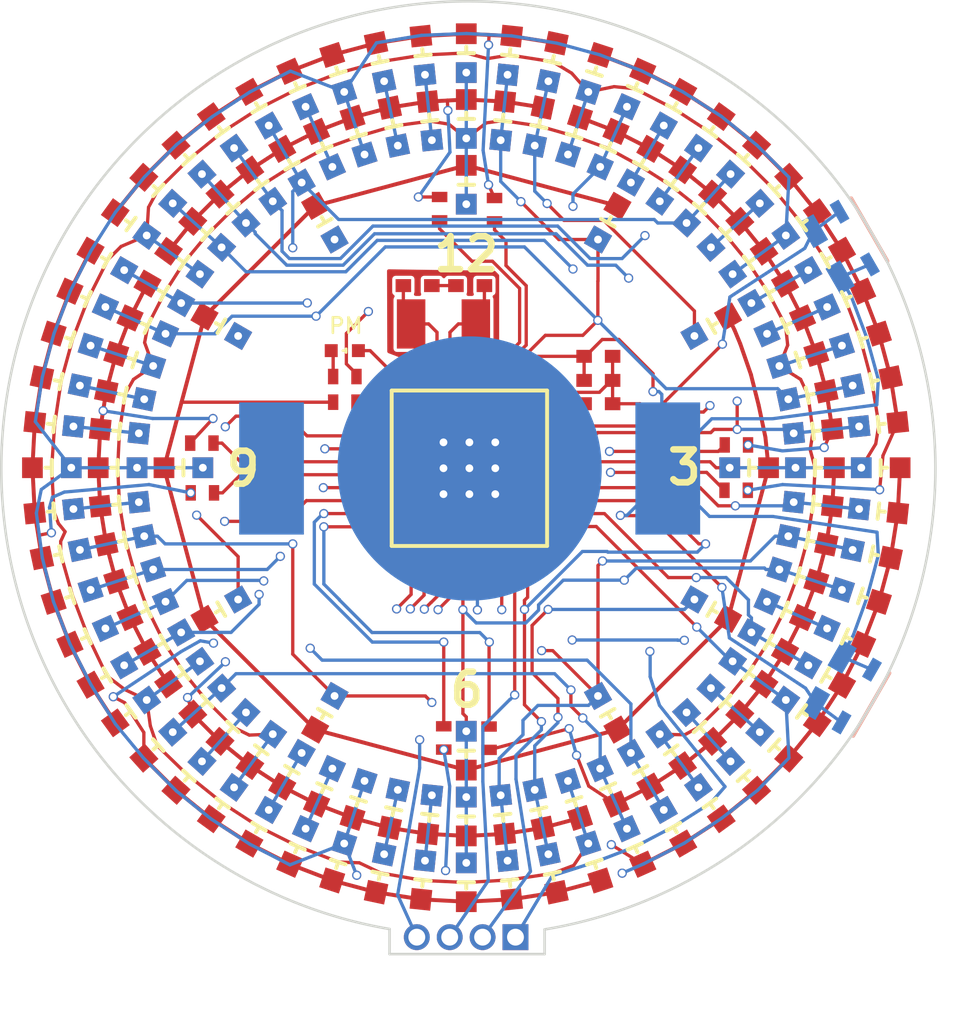
<source format=kicad_pcb>
(kicad_pcb (version 4) (host pcbnew 4.0.6)
  (layers (0 F.Cu signal) (1 In1.Cu signal hide) (2 In2.Cu signal) (31 B.Cu signal) (34 B.Paste user) (35 F.Paste user) (36 B.SilkS user) (37 F.SilkS user) (38 B.Mask user) (39 F.Mask user) (44 Edge.Cuts user))
  (net 0 "")
  (net 1 GND)
  (net 2 +3V3)
  (net 3 /TDO)
  (net 4 "Net-(C4-Pad1)")
  (net 5 "Net-(C5-Pad1)")
  (net 6 "Net-(C5-Pad2)")
  (net 7 "Net-(C6-Pad2)")
  (net 8 /ROW5)
  (net 9 /COL7)
  (net 10 /ROW6)
  (net 11 /ROW2)
  (net 12 /ROW3)
  (net 13 /COL6)
  (net 14 /COL5)
  (net 15 /COL4)
  (net 16 /ROW4)
  (net 17 /ROW1)
  (net 18 /COL3)
  (net 19 /COL2)
  (net 20 /B2)
  (net 21 /ROW7)
  (net 22 /COL8)
  (net 23 /COL9)
  (net 24 /COL10)
  (net 25 /ROW8)
  (net 26 /ROW9)
  (net 27 /COL11)
  (net 28 /COL12)
  (net 29 /ROW11)
  (net 30 /ROW10)
  (net 31 /B1)
  (net 32 /TCK)
  (net 33 /COL1)
  (net 34 /PM_LED)
  (net 35 "Net-(L1-Pad1)")
  (net 36 "Net-(R1C1-Pad1)")
  (net 37 "Net-(R2C1-Pad1)")
  (net 38 "Net-(R3C1-Pad1)")
  (net 39 "Net-(R4C1-Pad1)")
  (net 40 "Net-(R5C1-Pad1)")
  (net 41 "Net-(R6C1-Pad1)")
  (net 42 "Net-(R7C1-Pad1)")
  (net 43 "Net-(R10-Pad2)")
  (net 44 "Net-(R10C1-Pad1)")
  (net 45 "Net-(R11C1-Pad1)")
  (net 46 "Net-(R11-Pad2)")
  (net 47 "Net-(IC1-Pad29)")
  (net 48 "Net-(IC1-Pad16)")
  (net 49 "Net-(IC1-Pad17)")
  (net 50 "Net-(IC1-Pad25)")
  (module LED_Watch:EVP-AVAA1A (layer B.Cu) (at 112.458366 119.58742 60)
    (fp_text reference SW2)
    (fp_text value SW_Push)
    (pad 2 smd rect (at 1.03 0.105 60) (size 1.14 0.65) (layers B.Cu B.Paste B.Mask) (net 2 +3V3))
    (pad 1 smd rect (at -1.03 0.105 60) (size 1.14 0.65) (layers B.Cu B.Paste B.Mask) (net 20 /B2))
    (pad 2 smd rect (at 1.175 1.35 60) (size 0.85 0.4) (layers B.Cu B.Paste B.Mask) (net 2 +3V3))
    (pad 1 smd rect (at -1.175 1.35 60) (size 0.85 0.4) (layers B.Cu B.Paste B.Mask) (net 20 /B2))
  )
  (module LED_Watch:EVP-AVAA1A (layer B.Cu) (at 112.38 103.26 120)
    (fp_text reference SW1)
    (fp_text value SW_Push)
    (pad 2 smd rect (at 1.03 0.105 120) (size 1.14 0.65) (layers B.Cu B.Paste B.Mask) (net 31 /B1))
    (pad 1 smd rect (at -1.03 0.105 120) (size 1.14 0.65) (layers B.Cu B.Paste B.Mask) (net 2 +3V3))
    (pad 2 smd rect (at 1.175 1.35 120) (size 0.85 0.4) (layers B.Cu B.Paste B.Mask) (net 31 /B1))
    (pad 1 smd rect (at -1.175 1.35 120) (size 0.85 0.4) (layers B.Cu B.Paste B.Mask) (net 2 +3V3))
  )
  (module Resistors_SMD:R_0402_NoSilk (layer F.Cu) (at 93.86 108.92 180)
    (fp_text reference R13)
    (fp_text value 200)
    (pad 1 smd rect (at -0.45 0 180) (size 0.4 0.6) (layers F.Cu F.Paste F.Mask) (net 29 /ROW11))
    (pad 2 smd rect (at 0.45 0 180) (size 0.4 0.6) (layers F.Cu F.Paste F.Mask) (net 45 "Net-(R11C1-Pad1)"))
  )
  (module Resistors_SMD:R_0402_NoSilk (layer F.Cu) (at 108.98 110.57)
    (fp_text reference R12)
    (fp_text value 200)
    (pad 1 smd rect (at -0.45 0) (size 0.4 0.6) (layers F.Cu F.Paste F.Mask) (net 30 /ROW10))
    (pad 2 smd rect (at 0.45 0) (size 0.4 0.6) (layers F.Cu F.Paste F.Mask) (net 44 "Net-(R10C1-Pad1)"))
  )
  (module LED_Watch:LSQ976 (layer F.Cu) (at 104.011 101.991271 60)
    (fp_text reference R11C11)
    (fp_text value LED)
    (pad 1 smd rect (at 0.75 0 60) (size 0.8 0.8) (layers F.Cu F.Paste F.Mask) (net 45 "Net-(R11C1-Pad1)"))
    (pad 2 thru_hole rect (at -0.75 0 60) (size 0.8 0.8) (drill 0.3) (layers *.Cu *.Mask) (net 27 /COL11))
  )
  (module LED_Watch:LSQ976 (layer F.Cu) (at 98.55 100.528 90)
    (fp_text reference R11C10)
    (fp_text value LED)
    (pad 1 smd rect (at 0.75 0 90) (size 0.8 0.8) (layers F.Cu F.Paste F.Mask) (net 45 "Net-(R11C1-Pad1)"))
    (pad 2 thru_hole rect (at -0.75 0 90) (size 0.8 0.8) (drill 0.3) (layers *.Cu *.Mask) (net 24 /COL10))
  )
  (module LED_Watch:LSQ976 (layer F.Cu) (at 93.089 101.991271 120)
    (fp_text reference R11C9)
    (fp_text value LED)
    (pad 1 smd rect (at 0.75 0 120) (size 0.8 0.8) (layers F.Cu F.Paste F.Mask) (net 45 "Net-(R11C1-Pad1)"))
    (pad 2 thru_hole rect (at -0.75 0 120) (size 0.8 0.8) (drill 0.3) (layers *.Cu *.Mask) (net 23 /COL9))
  )
  (module LED_Watch:LSQ976 (layer F.Cu) (at 89.091271 105.989 150)
    (fp_text reference R11C8)
    (fp_text value LED)
    (pad 1 smd rect (at 0.75 0 150) (size 0.8 0.8) (layers F.Cu F.Paste F.Mask) (net 45 "Net-(R11C1-Pad1)"))
    (pad 2 thru_hole rect (at -0.75 0 150) (size 0.8 0.8) (drill 0.3) (layers *.Cu *.Mask) (net 22 /COL8))
  )
  (module LED_Watch:LSQ976 (layer F.Cu) (at 87.628 111.45 180)
    (fp_text reference R11C7)
    (fp_text value LED)
    (pad 1 smd rect (at 0.75 0 180) (size 0.8 0.8) (layers F.Cu F.Paste F.Mask) (net 45 "Net-(R11C1-Pad1)"))
    (pad 2 thru_hole rect (at -0.75 0 180) (size 0.8 0.8) (drill 0.3) (layers *.Cu *.Mask) (net 9 /COL7))
  )
  (module LED_Watch:LSQ976 (layer F.Cu) (at 89.091271 116.910999 210)
    (fp_text reference R11C6)
    (fp_text value LED)
    (pad 1 smd rect (at 0.75 0 210) (size 0.8 0.8) (layers F.Cu F.Paste F.Mask) (net 45 "Net-(R11C1-Pad1)"))
    (pad 2 thru_hole rect (at -0.75 0 210) (size 0.8 0.8) (drill 0.3) (layers *.Cu *.Mask) (net 13 /COL6))
  )
  (module LED_Watch:LSQ976 (layer F.Cu) (at 93.089001 120.908729 240)
    (fp_text reference R11C5)
    (fp_text value LED)
    (pad 1 smd rect (at 0.75 0 240) (size 0.8 0.8) (layers F.Cu F.Paste F.Mask) (net 45 "Net-(R11C1-Pad1)"))
    (pad 2 thru_hole rect (at -0.75 0 240) (size 0.8 0.8) (drill 0.3) (layers *.Cu *.Mask) (net 14 /COL5))
  )
  (module LED_Watch:LSQ976 (layer F.Cu) (at 98.55 122.372 270)
    (fp_text reference R11C4)
    (fp_text value LED)
    (pad 1 smd rect (at 0.75 0 270) (size 0.8 0.8) (layers F.Cu F.Paste F.Mask) (net 45 "Net-(R11C1-Pad1)"))
    (pad 2 thru_hole rect (at -0.75 0 270) (size 0.8 0.8) (drill 0.3) (layers *.Cu *.Mask) (net 15 /COL4))
  )
  (module LED_Watch:LSQ976 (layer F.Cu) (at 104.011 120.908729 300)
    (fp_text reference R11C3)
    (fp_text value LED)
    (pad 1 smd rect (at 0.75 0 300) (size 0.8 0.8) (layers F.Cu F.Paste F.Mask) (net 45 "Net-(R11C1-Pad1)"))
    (pad 2 thru_hole rect (at -0.75 0 300) (size 0.8 0.8) (drill 0.3) (layers *.Cu *.Mask) (net 18 /COL3))
  )
  (module LED_Watch:LSQ976 (layer F.Cu) (at 108.008729 116.910999 330)
    (fp_text reference R11C2)
    (fp_text value LED)
    (pad 1 smd rect (at 0.75 0 330) (size 0.8 0.8) (layers F.Cu F.Paste F.Mask) (net 45 "Net-(R11C1-Pad1)"))
    (pad 2 thru_hole rect (at -0.75 0 330) (size 0.8 0.8) (drill 0.3) (layers *.Cu *.Mask) (net 19 /COL2))
  )
  (module LED_Watch:LSQ976 (layer F.Cu) (at 109.472 111.45)
    (fp_text reference R11C1)
    (fp_text value LED)
    (pad 1 smd rect (at 0.75 0) (size 0.8 0.8) (layers F.Cu F.Paste F.Mask) (net 45 "Net-(R11C1-Pad1)"))
    (pad 2 thru_hole rect (at -0.75 0) (size 0.8 0.8) (drill 0.3) (layers *.Cu *.Mask) (net 33 /COL1))
  )
  (module Resistors_SMD:R_0402_NoSilk (layer F.Cu) (at 108.97 112.32)
    (fp_text reference R11)
    (fp_text value 200)
    (pad 1 smd rect (at -0.45 0) (size 0.4 0.6) (layers F.Cu F.Paste F.Mask) (net 26 /ROW9))
    (pad 2 smd rect (at 0.45 0) (size 0.4 0.6) (layers F.Cu F.Paste F.Mask) (net 46 "Net-(R11-Pad2)"))
  )
  (module LED_Watch:LSQ976 (layer F.Cu) (at 111.938253 110.042838 6)
    (fp_text reference R10C12)
    (fp_text value LED)
    (pad 1 smd rect (at 0.75 0 6) (size 0.8 0.8) (layers F.Cu F.Paste F.Mask) (net 44 "Net-(R10C1-Pad1)"))
    (pad 2 thru_hole rect (at -0.75 0 6) (size 0.8 0.8) (drill 0.3) (layers *.Cu *.Mask) (net 28 /COL12))
  )
  (module LED_Watch:LSQ976 (layer F.Cu) (at 111.717823 108.651093 12)
    (fp_text reference R10C11)
    (fp_text value LED)
    (pad 1 smd rect (at 0.75 0 12) (size 0.8 0.8) (layers F.Cu F.Paste F.Mask) (net 44 "Net-(R10C1-Pad1)"))
    (pad 2 thru_hole rect (at -0.75 0 12) (size 0.8 0.8) (drill 0.3) (layers *.Cu *.Mask) (net 27 /COL11))
  )
  (module LED_Watch:LSQ976 (layer F.Cu) (at 111.353122 107.290014 18)
    (fp_text reference R10C10)
    (fp_text value LED)
    (pad 1 smd rect (at 0.75 0 18) (size 0.8 0.8) (layers F.Cu F.Paste F.Mask) (net 44 "Net-(R10C1-Pad1)"))
    (pad 2 thru_hole rect (at -0.75 0 18) (size 0.8 0.8) (drill 0.3) (layers *.Cu *.Mask) (net 24 /COL10))
  )
  (module LED_Watch:LSQ976 (layer F.Cu) (at 110.848148 105.974512 24)
    (fp_text reference R10C9)
    (fp_text value LED)
    (pad 1 smd rect (at 0.75 0 24) (size 0.8 0.8) (layers F.Cu F.Paste F.Mask) (net 44 "Net-(R10C1-Pad1)"))
    (pad 2 thru_hole rect (at -0.75 0 24) (size 0.8 0.8) (drill 0.3) (layers *.Cu *.Mask) (net 23 /COL9))
  )
  (module LED_Watch:LSQ976 (layer F.Cu) (at 110.208433 104.719 30)
    (fp_text reference R10C8)
    (fp_text value LED)
    (pad 1 smd rect (at 0.75 0 30) (size 0.8 0.8) (layers F.Cu F.Paste F.Mask) (net 44 "Net-(R10C1-Pad1)"))
    (pad 2 thru_hole rect (at -0.75 0 30) (size 0.8 0.8) (drill 0.3) (layers *.Cu *.Mask) (net 22 /COL8))
  )
  (module LED_Watch:LSQ976 (layer F.Cu) (at 109.440986 103.537235 36)
    (fp_text reference R10C7)
    (fp_text value LED)
    (pad 1 smd rect (at 0.75 0 36) (size 0.8 0.8) (layers F.Cu F.Paste F.Mask) (net 44 "Net-(R10C1-Pad1)"))
    (pad 2 thru_hole rect (at -0.75 0 36) (size 0.8 0.8) (drill 0.3) (layers *.Cu *.Mask) (net 9 /COL7))
  )
  (module LED_Watch:LSQ976 (layer F.Cu) (at 108.554215 102.442164 42)
    (fp_text reference R10C6)
    (fp_text value LED)
    (pad 1 smd rect (at 0.75 0 42) (size 0.8 0.8) (layers F.Cu F.Paste F.Mask) (net 44 "Net-(R10C1-Pad1)"))
    (pad 2 thru_hole rect (at -0.75 0 42) (size 0.8 0.8) (drill 0.3) (layers *.Cu *.Mask) (net 13 /COL6))
  )
  (module LED_Watch:LSQ976 (layer F.Cu) (at 107.557836 101.445785 48)
    (fp_text reference R10C5)
    (fp_text value LED)
    (pad 1 smd rect (at 0.75 0 48) (size 0.8 0.8) (layers F.Cu F.Paste F.Mask) (net 44 "Net-(R10C1-Pad1)"))
    (pad 2 thru_hole rect (at -0.75 0 48) (size 0.8 0.8) (drill 0.3) (layers *.Cu *.Mask) (net 14 /COL5))
  )
  (module LED_Watch:LSQ976 (layer F.Cu) (at 106.462765 100.559014 54)
    (fp_text reference R10C4)
    (fp_text value LED)
    (pad 1 smd rect (at 0.75 0 54) (size 0.8 0.8) (layers F.Cu F.Paste F.Mask) (net 44 "Net-(R10C1-Pad1)"))
    (pad 2 thru_hole rect (at -0.75 0 54) (size 0.8 0.8) (drill 0.3) (layers *.Cu *.Mask) (net 15 /COL4))
  )
  (module LED_Watch:LSQ976 (layer F.Cu) (at 105.281 99.791567 60)
    (fp_text reference R10C3)
    (fp_text value LED)
    (pad 1 smd rect (at 0.75 0 60) (size 0.8 0.8) (layers F.Cu F.Paste F.Mask) (net 44 "Net-(R10C1-Pad1)"))
    (pad 2 thru_hole rect (at -0.75 0 60) (size 0.8 0.8) (drill 0.3) (layers *.Cu *.Mask) (net 18 /COL3))
  )
  (module LED_Watch:LSQ976 (layer F.Cu) (at 104.025488 99.151852 66)
    (fp_text reference R10C2)
    (fp_text value LED)
    (pad 1 smd rect (at 0.75 0 66) (size 0.8 0.8) (layers F.Cu F.Paste F.Mask) (net 44 "Net-(R10C1-Pad1)"))
    (pad 2 thru_hole rect (at -0.75 0 66) (size 0.8 0.8) (drill 0.3) (layers *.Cu *.Mask) (net 19 /COL2))
  )
  (module LED_Watch:LSQ976 (layer F.Cu) (at 102.709986 98.646878 72)
    (fp_text reference R10C1)
    (fp_text value LED)
    (pad 1 smd rect (at 0.75 0 72) (size 0.8 0.8) (layers F.Cu F.Paste F.Mask) (net 44 "Net-(R10C1-Pad1)"))
    (pad 2 thru_hole rect (at -0.75 0 72) (size 0.8 0.8) (drill 0.3) (layers *.Cu *.Mask) (net 33 /COL1))
  )
  (module Resistors_SMD:R_0402_NoSilk (layer F.Cu) (at 97.52 101.45 90)
    (fp_text reference R10)
    (fp_text value 200)
    (pad 1 smd rect (at -0.45 0 90) (size 0.4 0.6) (layers F.Cu F.Paste F.Mask) (net 25 /ROW8))
    (pad 2 smd rect (at 0.45 0 90) (size 0.4 0.6) (layers F.Cu F.Paste F.Mask) (net 43 "Net-(R10-Pad2)"))
  )
  (module LED_Watch:LSQ976 (layer F.Cu) (at 114.464339 109.777336 6)
    (fp_text reference R9C12)
    (fp_text value LED)
    (pad 1 smd rect (at 0.75 0 6) (size 0.8 0.8) (layers F.Cu F.Paste F.Mask) (net 46 "Net-(R11-Pad2)"))
    (pad 2 thru_hole rect (at -0.75 0 6) (size 0.8 0.8) (drill 0.3) (layers *.Cu *.Mask) (net 28 /COL12))
  )
  (module LED_Watch:LSQ976 (layer F.Cu) (at 114.202317 108.122998 12)
    (fp_text reference R9C11)
    (fp_text value LED)
    (pad 1 smd rect (at 0.75 0 12) (size 0.8 0.8) (layers F.Cu F.Paste F.Mask) (net 46 "Net-(R11-Pad2)"))
    (pad 2 thru_hole rect (at -0.75 0 12) (size 0.8 0.8) (drill 0.3) (layers *.Cu *.Mask) (net 27 /COL11))
  )
  (module LED_Watch:LSQ976 (layer F.Cu) (at 113.768806 106.505111 18)
    (fp_text reference R9C10)
    (fp_text value LED)
    (pad 1 smd rect (at 0.75 0 18) (size 0.8 0.8) (layers F.Cu F.Paste F.Mask) (net 46 "Net-(R11-Pad2)"))
    (pad 2 thru_hole rect (at -0.75 0 18) (size 0.8 0.8) (drill 0.3) (layers *.Cu *.Mask) (net 24 /COL10))
  )
  (module LED_Watch:LSQ976 (layer F.Cu) (at 113.168554 104.941401 24)
    (fp_text reference R9C9)
    (fp_text value LED)
    (pad 1 smd rect (at 0.75 0 24) (size 0.8 0.8) (layers F.Cu F.Paste F.Mask) (net 46 "Net-(R11-Pad2)"))
    (pad 2 thru_hole rect (at -0.75 0 24) (size 0.8 0.8) (drill 0.3) (layers *.Cu *.Mask) (net 23 /COL9))
  )
  (module LED_Watch:LSQ976 (layer F.Cu) (at 112.408138 103.449 30)
    (fp_text reference R9C8)
    (fp_text value LED)
    (pad 1 smd rect (at 0.75 0 30) (size 0.8 0.8) (layers F.Cu F.Paste F.Mask) (net 46 "Net-(R11-Pad2)"))
    (pad 2 thru_hole rect (at -0.75 0 30) (size 0.8 0.8) (drill 0.3) (layers *.Cu *.Mask) (net 22 /COL8))
  )
  (module LED_Watch:LSQ976 (layer F.Cu) (at 111.495889 102.044261 36)
    (fp_text reference R9C7)
    (fp_text value LED)
    (pad 1 smd rect (at 0.75 0 36) (size 0.8 0.8) (layers F.Cu F.Paste F.Mask) (net 46 "Net-(R11-Pad2)"))
    (pad 2 thru_hole rect (at -0.75 0 36) (size 0.8 0.8) (drill 0.3) (layers *.Cu *.Mask) (net 9 /COL7))
  )
  (module LED_Watch:LSQ976 (layer F.Cu) (at 110.441803 100.742573 42)
    (fp_text reference R9C6)
    (fp_text value LED)
    (pad 1 smd rect (at 0.75 0 42) (size 0.8 0.8) (layers F.Cu F.Paste F.Mask) (net 46 "Net-(R11-Pad2)"))
    (pad 2 thru_hole rect (at -0.75 0 42) (size 0.8 0.8) (drill 0.3) (layers *.Cu *.Mask) (net 13 /COL6))
  )
  (module LED_Watch:LSQ976 (layer F.Cu) (at 109.257427 99.558197 48)
    (fp_text reference R9C5)
    (fp_text value LED)
    (pad 1 smd rect (at 0.75 0 48) (size 0.8 0.8) (layers F.Cu F.Paste F.Mask) (net 46 "Net-(R11-Pad2)"))
    (pad 2 thru_hole rect (at -0.75 0 48) (size 0.8 0.8) (drill 0.3) (layers *.Cu *.Mask) (net 14 /COL5))
  )
  (module LED_Watch:LSQ976 (layer F.Cu) (at 107.955739 98.504111 54)
    (fp_text reference R9C4)
    (fp_text value LED)
    (pad 1 smd rect (at 0.75 0 54) (size 0.8 0.8) (layers F.Cu F.Paste F.Mask) (net 46 "Net-(R11-Pad2)"))
    (pad 2 thru_hole rect (at -0.75 0 54) (size 0.8 0.8) (drill 0.3) (layers *.Cu *.Mask) (net 15 /COL4))
  )
  (module LED_Watch:LSQ976 (layer F.Cu) (at 106.551 97.591862 60)
    (fp_text reference R9C3)
    (fp_text value LED)
    (pad 1 smd rect (at 0.75 0 60) (size 0.8 0.8) (layers F.Cu F.Paste F.Mask) (net 46 "Net-(R11-Pad2)"))
    (pad 2 thru_hole rect (at -0.75 0 60) (size 0.8 0.8) (drill 0.3) (layers *.Cu *.Mask) (net 18 /COL3))
  )
  (module LED_Watch:LSQ976 (layer F.Cu) (at 105.058599 96.831446 66)
    (fp_text reference R9C2)
    (fp_text value LED)
    (pad 1 smd rect (at 0.75 0 66) (size 0.8 0.8) (layers F.Cu F.Paste F.Mask) (net 46 "Net-(R11-Pad2)"))
    (pad 2 thru_hole rect (at -0.75 0 66) (size 0.8 0.8) (drill 0.3) (layers *.Cu *.Mask) (net 19 /COL2))
  )
  (module LED_Watch:LSQ976 (layer F.Cu) (at 103.494889 96.231194 72)
    (fp_text reference R9C1)
    (fp_text value LED)
    (pad 1 smd rect (at 0.75 0 72) (size 0.8 0.8) (layers F.Cu F.Paste F.Mask) (net 46 "Net-(R11-Pad2)"))
    (pad 2 thru_hole rect (at -0.75 0 72) (size 0.8 0.8) (drill 0.3) (layers *.Cu *.Mask) (net 33 /COL1))
  )
  (module Resistors_SMD:R_0402_NoSilk (layer F.Cu) (at 99.64 101.49 90)
    (fp_text reference R9)
    (fp_text value 200)
    (pad 1 smd rect (at -0.45 0 90) (size 0.4 0.6) (layers F.Cu F.Paste F.Mask) (net 21 /ROW7))
    (pad 2 smd rect (at 0.45 0 90) (size 0.4 0.6) (layers F.Cu F.Paste F.Mask) (net 42 "Net-(R7C1-Pad1)"))
  )
  (module LED_Watch:LSQ976 (layer F.Cu) (at 101.348907 98.282177 78)
    (fp_text reference R8C12)
    (fp_text value LED)
    (pad 1 smd rect (at 0.75 0 78) (size 0.8 0.8) (layers F.Cu F.Paste F.Mask) (net 43 "Net-(R10-Pad2)"))
    (pad 2 thru_hole rect (at -0.75 0 78) (size 0.8 0.8) (drill 0.3) (layers *.Cu *.Mask) (net 28 /COL12))
  )
  (module LED_Watch:LSQ976 (layer F.Cu) (at 99.957162 98.061747 84)
    (fp_text reference R8C11)
    (fp_text value LED)
    (pad 1 smd rect (at 0.75 0 84) (size 0.8 0.8) (layers F.Cu F.Paste F.Mask) (net 43 "Net-(R10-Pad2)"))
    (pad 2 thru_hole rect (at -0.75 0 84) (size 0.8 0.8) (drill 0.3) (layers *.Cu *.Mask) (net 27 /COL11))
  )
  (module LED_Watch:LSQ976 (layer F.Cu) (at 98.55 97.988 90)
    (fp_text reference R8C10)
    (fp_text value LED)
    (pad 1 smd rect (at 0.75 0 90) (size 0.8 0.8) (layers F.Cu F.Paste F.Mask) (net 43 "Net-(R10-Pad2)"))
    (pad 2 thru_hole rect (at -0.75 0 90) (size 0.8 0.8) (drill 0.3) (layers *.Cu *.Mask) (net 24 /COL10))
  )
  (module LED_Watch:LSQ976 (layer F.Cu) (at 97.142838 98.061747 96)
    (fp_text reference R8C9)
    (fp_text value LED)
    (pad 1 smd rect (at 0.75 0 96) (size 0.8 0.8) (layers F.Cu F.Paste F.Mask) (net 43 "Net-(R10-Pad2)"))
    (pad 2 thru_hole rect (at -0.75 0 96) (size 0.8 0.8) (drill 0.3) (layers *.Cu *.Mask) (net 23 /COL9))
  )
  (module LED_Watch:LSQ976 (layer F.Cu) (at 95.751093 98.282177 102)
    (fp_text reference R8C8)
    (fp_text value LED)
    (pad 1 smd rect (at 0.75 0 102) (size 0.8 0.8) (layers F.Cu F.Paste F.Mask) (net 43 "Net-(R10-Pad2)"))
    (pad 2 thru_hole rect (at -0.75 0 102) (size 0.8 0.8) (drill 0.3) (layers *.Cu *.Mask) (net 22 /COL8))
  )
  (module LED_Watch:LSQ976 (layer F.Cu) (at 94.390014 98.646878 108)
    (fp_text reference R8C7)
    (fp_text value LED)
    (pad 1 smd rect (at 0.75 0 108) (size 0.8 0.8) (layers F.Cu F.Paste F.Mask) (net 43 "Net-(R10-Pad2)"))
    (pad 2 thru_hole rect (at -0.75 0 108) (size 0.8 0.8) (drill 0.3) (layers *.Cu *.Mask) (net 9 /COL7))
  )
  (module LED_Watch:LSQ976 (layer F.Cu) (at 93.074512 99.151852 114)
    (fp_text reference R8C6)
    (fp_text value LED)
    (pad 1 smd rect (at 0.75 0 114) (size 0.8 0.8) (layers F.Cu F.Paste F.Mask) (net 43 "Net-(R10-Pad2)"))
    (pad 2 thru_hole rect (at -0.75 0 114) (size 0.8 0.8) (drill 0.3) (layers *.Cu *.Mask) (net 13 /COL6))
  )
  (module LED_Watch:LSQ976 (layer F.Cu) (at 91.819 99.791567 120)
    (fp_text reference R8C5)
    (fp_text value LED)
    (pad 1 smd rect (at 0.75 0 120) (size 0.8 0.8) (layers F.Cu F.Paste F.Mask) (net 43 "Net-(R10-Pad2)"))
    (pad 2 thru_hole rect (at -0.75 0 120) (size 0.8 0.8) (drill 0.3) (layers *.Cu *.Mask) (net 14 /COL5))
  )
  (module LED_Watch:LSQ976 (layer F.Cu) (at 90.637235 100.559014 126)
    (fp_text reference R8C4)
    (fp_text value LED)
    (pad 1 smd rect (at 0.75 0 126) (size 0.8 0.8) (layers F.Cu F.Paste F.Mask) (net 43 "Net-(R10-Pad2)"))
    (pad 2 thru_hole rect (at -0.75 0 126) (size 0.8 0.8) (drill 0.3) (layers *.Cu *.Mask) (net 15 /COL4))
  )
  (module LED_Watch:LSQ976 (layer F.Cu) (at 89.542164 101.445785 132)
    (fp_text reference R8C3)
    (fp_text value LED)
    (pad 1 smd rect (at 0.75 0 132) (size 0.8 0.8) (layers F.Cu F.Paste F.Mask) (net 43 "Net-(R10-Pad2)"))
    (pad 2 thru_hole rect (at -0.75 0 132) (size 0.8 0.8) (drill 0.3) (layers *.Cu *.Mask) (net 18 /COL3))
  )
  (module LED_Watch:LSQ976 (layer F.Cu) (at 88.545785 102.442164 138)
    (fp_text reference R8C2)
    (fp_text value LED)
    (pad 1 smd rect (at 0.75 0 138) (size 0.8 0.8) (layers F.Cu F.Paste F.Mask) (net 43 "Net-(R10-Pad2)"))
    (pad 2 thru_hole rect (at -0.75 0 138) (size 0.8 0.8) (drill 0.3) (layers *.Cu *.Mask) (net 19 /COL2))
  )
  (module LED_Watch:LSQ976 (layer F.Cu) (at 87.659014 103.537235 144)
    (fp_text reference R8C1)
    (fp_text value LED)
    (pad 1 smd rect (at 0.75 0 144) (size 0.8 0.8) (layers F.Cu F.Paste F.Mask) (net 43 "Net-(R10-Pad2)"))
    (pad 2 thru_hole rect (at -0.75 0 144) (size 0.8 0.8) (drill 0.3) (layers *.Cu *.Mask) (net 33 /COL1))
  )
  (module Resistors_SMD:R_0402_NoSilk (layer F.Cu) (at 88.34 110.5 180)
    (fp_text reference R8)
    (fp_text value 200)
    (pad 1 smd rect (at -0.45 0 180) (size 0.4 0.6) (layers F.Cu F.Paste F.Mask) (net 10 /ROW6))
    (pad 2 smd rect (at 0.45 0 180) (size 0.4 0.6) (layers F.Cu F.Paste F.Mask) (net 41 "Net-(R6C1-Pad1)"))
  )
  (module LED_Watch:LSQ976 (layer F.Cu) (at 101.877002 95.797683 78)
    (fp_text reference R7C12)
    (fp_text value LED)
    (pad 1 smd rect (at 0.75 0 78) (size 0.8 0.8) (layers F.Cu F.Paste F.Mask) (net 42 "Net-(R7C1-Pad1)"))
    (pad 2 thru_hole rect (at -0.75 0 78) (size 0.8 0.8) (drill 0.3) (layers *.Cu *.Mask) (net 28 /COL12))
  )
  (module LED_Watch:LSQ976 (layer F.Cu) (at 100.222664 95.535661 84)
    (fp_text reference R7C11)
    (fp_text value LED)
    (pad 1 smd rect (at 0.75 0 84) (size 0.8 0.8) (layers F.Cu F.Paste F.Mask) (net 42 "Net-(R7C1-Pad1)"))
    (pad 2 thru_hole rect (at -0.75 0 84) (size 0.8 0.8) (drill 0.3) (layers *.Cu *.Mask) (net 27 /COL11))
  )
  (module LED_Watch:LSQ976 (layer F.Cu) (at 98.55 95.448 90)
    (fp_text reference R7C10)
    (fp_text value LED)
    (pad 1 smd rect (at 0.75 0 90) (size 0.8 0.8) (layers F.Cu F.Paste F.Mask) (net 42 "Net-(R7C1-Pad1)"))
    (pad 2 thru_hole rect (at -0.75 0 90) (size 0.8 0.8) (drill 0.3) (layers *.Cu *.Mask) (net 24 /COL10))
  )
  (module LED_Watch:LSQ976 (layer F.Cu) (at 96.877336 95.535661 96)
    (fp_text reference R7C9)
    (fp_text value LED)
    (pad 1 smd rect (at 0.75 0 96) (size 0.8 0.8) (layers F.Cu F.Paste F.Mask) (net 42 "Net-(R7C1-Pad1)"))
    (pad 2 thru_hole rect (at -0.75 0 96) (size 0.8 0.8) (drill 0.3) (layers *.Cu *.Mask) (net 23 /COL9))
  )
  (module LED_Watch:LSQ976 (layer F.Cu) (at 95.222998 95.797683 102)
    (fp_text reference R7C8)
    (fp_text value LED)
    (pad 1 smd rect (at 0.75 0 102) (size 0.8 0.8) (layers F.Cu F.Paste F.Mask) (net 42 "Net-(R7C1-Pad1)"))
    (pad 2 thru_hole rect (at -0.75 0 102) (size 0.8 0.8) (drill 0.3) (layers *.Cu *.Mask) (net 22 /COL8))
  )
  (module LED_Watch:LSQ976 (layer F.Cu) (at 90.549 97.591862 120)
    (fp_text reference R7C5)
    (fp_text value LED)
    (pad 1 smd rect (at 0.75 0 120) (size 0.8 0.8) (layers F.Cu F.Paste F.Mask) (net 42 "Net-(R7C1-Pad1)"))
    (pad 2 thru_hole rect (at -0.75 0 120) (size 0.8 0.8) (drill 0.3) (layers *.Cu *.Mask) (net 14 /COL5))
  )
  (module LED_Watch:LSQ976 (layer F.Cu) (at 87.842573 99.558197 132)
    (fp_text reference R7C3)
    (fp_text value LED)
    (pad 1 smd rect (at 0.75 0 132) (size 0.8 0.8) (layers F.Cu F.Paste F.Mask) (net 42 "Net-(R7C1-Pad1)"))
    (pad 2 thru_hole rect (at -0.75 0 132) (size 0.8 0.8) (drill 0.3) (layers *.Cu *.Mask) (net 18 /COL3))
  )
  (module LED_Watch:LSQ976 (layer F.Cu) (at 86.658197 100.742573 138)
    (fp_text reference R7C2)
    (fp_text value LED)
    (pad 1 smd rect (at 0.75 0 138) (size 0.8 0.8) (layers F.Cu F.Paste F.Mask) (net 42 "Net-(R7C1-Pad1)"))
    (pad 2 thru_hole rect (at -0.75 0 138) (size 0.8 0.8) (drill 0.3) (layers *.Cu *.Mask) (net 19 /COL2))
  )
  (module LED_Watch:LSQ976 (layer F.Cu) (at 85.604111 102.044261 144)
    (fp_text reference R7C1)
    (fp_text value LED)
    (pad 1 smd rect (at 0.75 0 144) (size 0.8 0.8) (layers F.Cu F.Paste F.Mask) (net 42 "Net-(R7C1-Pad1)"))
    (pad 2 thru_hole rect (at -0.75 0 144) (size 0.8 0.8) (drill 0.3) (layers *.Cu *.Mask) (net 33 /COL1))
  )
  (module Resistors_SMD:R_0402_NoSilk (layer F.Cu) (at 88.36 112.42 180)
    (fp_text reference R7)
    (fp_text value 200)
    (pad 1 smd rect (at -0.45 0 180) (size 0.4 0.6) (layers F.Cu F.Paste F.Mask) (net 8 /ROW5))
    (pad 2 smd rect (at 0.45 0 180) (size 0.4 0.6) (layers F.Cu F.Paste F.Mask) (net 40 "Net-(R5C1-Pad1)"))
  )
  (module LED_Watch:LSQ976 (layer F.Cu) (at 86.891567 104.719 150)
    (fp_text reference R6C12)
    (fp_text value LED)
    (pad 1 smd rect (at 0.75 0 150) (size 0.8 0.8) (layers F.Cu F.Paste F.Mask) (net 41 "Net-(R6C1-Pad1)"))
    (pad 2 thru_hole rect (at -0.75 0 150) (size 0.8 0.8) (drill 0.3) (layers *.Cu *.Mask) (net 28 /COL12))
  )
  (module LED_Watch:LSQ976 (layer F.Cu) (at 86.251852 105.974512 156)
    (fp_text reference R6C11)
    (fp_text value LED)
    (pad 1 smd rect (at 0.75 0 156) (size 0.8 0.8) (layers F.Cu F.Paste F.Mask) (net 41 "Net-(R6C1-Pad1)"))
    (pad 2 thru_hole rect (at -0.75 0 156) (size 0.8 0.8) (drill 0.3) (layers *.Cu *.Mask) (net 27 /COL11))
  )
  (module LED_Watch:LSQ976 (layer F.Cu) (at 85.746878 107.290014 162)
    (fp_text reference R6C10)
    (fp_text value LED)
    (pad 1 smd rect (at 0.75 0 162) (size 0.8 0.8) (layers F.Cu F.Paste F.Mask) (net 41 "Net-(R6C1-Pad1)"))
    (pad 2 thru_hole rect (at -0.75 0 162) (size 0.8 0.8) (drill 0.3) (layers *.Cu *.Mask) (net 24 /COL10))
  )
  (module LED_Watch:LSQ976 (layer F.Cu) (at 85.382177 108.651093 168)
    (fp_text reference R6C9)
    (fp_text value LED)
    (pad 1 smd rect (at 0.75 0 168) (size 0.8 0.8) (layers F.Cu F.Paste F.Mask) (net 41 "Net-(R6C1-Pad1)"))
    (pad 2 thru_hole rect (at -0.75 0 168) (size 0.8 0.8) (drill 0.3) (layers *.Cu *.Mask) (net 23 /COL9))
  )
  (module LED_Watch:LSQ976 (layer F.Cu) (at 85.161747 110.042838 174)
    (fp_text reference R6C8)
    (fp_text value LED)
    (pad 1 smd rect (at 0.75 0 174) (size 0.8 0.8) (layers F.Cu F.Paste F.Mask) (net 41 "Net-(R6C1-Pad1)"))
    (pad 2 thru_hole rect (at -0.75 0 174) (size 0.8 0.8) (drill 0.3) (layers *.Cu *.Mask) (net 22 /COL8))
  )
  (module LED_Watch:LSQ976 (layer F.Cu) (at 85.088 111.45 180)
    (fp_text reference R6C7)
    (fp_text value LED)
    (pad 1 smd rect (at 0.75 0 180) (size 0.8 0.8) (layers F.Cu F.Paste F.Mask) (net 41 "Net-(R6C1-Pad1)"))
    (pad 2 thru_hole rect (at -0.75 0 180) (size 0.8 0.8) (drill 0.3) (layers *.Cu *.Mask) (net 9 /COL7))
  )
  (module LED_Watch:LSQ976 (layer F.Cu) (at 85.161747 112.857162 186)
    (fp_text reference R6C6)
    (fp_text value LED)
    (pad 1 smd rect (at 0.75 0 186) (size 0.8 0.8) (layers F.Cu F.Paste F.Mask) (net 41 "Net-(R6C1-Pad1)"))
    (pad 2 thru_hole rect (at -0.75 0 186) (size 0.8 0.8) (drill 0.3) (layers *.Cu *.Mask) (net 13 /COL6))
  )
  (module LED_Watch:LSQ976 (layer F.Cu) (at 85.382177 114.248907 192)
    (fp_text reference R6C5)
    (fp_text value LED)
    (pad 1 smd rect (at 0.75 0 192) (size 0.8 0.8) (layers F.Cu F.Paste F.Mask) (net 41 "Net-(R6C1-Pad1)"))
    (pad 2 thru_hole rect (at -0.75 0 192) (size 0.8 0.8) (drill 0.3) (layers *.Cu *.Mask) (net 14 /COL5))
  )
  (module LED_Watch:LSQ976 (layer F.Cu) (at 85.746878 115.609986 198)
    (fp_text reference R6C4)
    (fp_text value LED)
    (pad 1 smd rect (at 0.75 0 198) (size 0.8 0.8) (layers F.Cu F.Paste F.Mask) (net 41 "Net-(R6C1-Pad1)"))
    (pad 2 thru_hole rect (at -0.75 0 198) (size 0.8 0.8) (drill 0.3) (layers *.Cu *.Mask) (net 15 /COL4))
  )
  (module LED_Watch:LSQ976 (layer F.Cu) (at 86.251852 116.925488 204)
    (fp_text reference R6C3)
    (fp_text value LED)
    (pad 1 smd rect (at 0.75 0 204) (size 0.8 0.8) (layers F.Cu F.Paste F.Mask) (net 41 "Net-(R6C1-Pad1)"))
    (pad 2 thru_hole rect (at -0.75 0 204) (size 0.8 0.8) (drill 0.3) (layers *.Cu *.Mask) (net 18 /COL3))
  )
  (module LED_Watch:LSQ976 (layer F.Cu) (at 86.891567 118.180999 210)
    (fp_text reference R6C2)
    (fp_text value LED)
    (pad 1 smd rect (at 0.75 0 210) (size 0.8 0.8) (layers F.Cu F.Paste F.Mask) (net 41 "Net-(R6C1-Pad1)"))
    (pad 2 thru_hole rect (at -0.75 0 210) (size 0.8 0.8) (drill 0.3) (layers *.Cu *.Mask) (net 19 /COL2))
  )
  (module LED_Watch:LSQ976 (layer F.Cu) (at 87.659014 119.362765 216)
    (fp_text reference R6C1)
    (fp_text value LED)
    (pad 1 smd rect (at 0.75 0 216) (size 0.8 0.8) (layers F.Cu F.Paste F.Mask) (net 41 "Net-(R6C1-Pad1)"))
    (pad 2 thru_hole rect (at -0.75 0 216) (size 0.8 0.8) (drill 0.3) (layers *.Cu *.Mask) (net 33 /COL1))
  )
  (module LED_Watch:LSQ976 (layer F.Cu) (at 83.931446 104.941401 156)
    (fp_text reference R5C11)
    (fp_text value LED)
    (pad 1 smd rect (at 0.75 0 156) (size 0.8 0.8) (layers F.Cu F.Paste F.Mask) (net 40 "Net-(R5C1-Pad1)"))
    (pad 2 thru_hole rect (at -0.75 0 156) (size 0.8 0.8) (drill 0.3) (layers *.Cu *.Mask) (net 27 /COL11))
  )
  (module LED_Watch:LSQ976 (layer F.Cu) (at 83.331194 106.505111 162)
    (fp_text reference R5C10)
    (fp_text value LED)
    (pad 1 smd rect (at 0.75 0 162) (size 0.8 0.8) (layers F.Cu F.Paste F.Mask) (net 40 "Net-(R5C1-Pad1)"))
    (pad 2 thru_hole rect (at -0.75 0 162) (size 0.8 0.8) (drill 0.3) (layers *.Cu *.Mask) (net 24 /COL10))
  )
  (module LED_Watch:LSQ976 (layer F.Cu) (at 82.635661 109.777336 174)
    (fp_text reference R5C8)
    (fp_text value LED)
    (pad 1 smd rect (at 0.75 0 174) (size 0.8 0.8) (layers F.Cu F.Paste F.Mask) (net 40 "Net-(R5C1-Pad1)"))
    (pad 2 thru_hole rect (at -0.75 0 174) (size 0.8 0.8) (drill 0.3) (layers *.Cu *.Mask) (net 22 /COL8))
  )
  (module LED_Watch:LSQ976 (layer F.Cu) (at 82.548 111.45 180)
    (fp_text reference R5C7)
    (fp_text value LED)
    (pad 1 smd rect (at 0.75 0 180) (size 0.8 0.8) (layers F.Cu F.Paste F.Mask) (net 40 "Net-(R5C1-Pad1)"))
    (pad 2 thru_hole rect (at -0.75 0 180) (size 0.8 0.8) (drill 0.3) (layers *.Cu *.Mask) (net 9 /COL7))
  )
  (module LED_Watch:LSQ976 (layer F.Cu) (at 82.635661 113.122664 186)
    (fp_text reference R5C6)
    (fp_text value LED)
    (pad 1 smd rect (at 0.75 0 186) (size 0.8 0.8) (layers F.Cu F.Paste F.Mask) (net 40 "Net-(R5C1-Pad1)"))
    (pad 2 thru_hole rect (at -0.75 0 186) (size 0.8 0.8) (drill 0.3) (layers *.Cu *.Mask) (net 13 /COL6))
  )
  (module LED_Watch:LSQ976 (layer F.Cu) (at 82.897683 114.777002 192)
    (fp_text reference R5C5)
    (fp_text value LED)
    (pad 1 smd rect (at 0.75 0 192) (size 0.8 0.8) (layers F.Cu F.Paste F.Mask) (net 40 "Net-(R5C1-Pad1)"))
    (pad 2 thru_hole rect (at -0.75 0 192) (size 0.8 0.8) (drill 0.3) (layers *.Cu *.Mask) (net 14 /COL5))
  )
  (module LED_Watch:LSQ976 (layer F.Cu) (at 83.331194 116.394889 198)
    (fp_text reference R5C4)
    (fp_text value LED)
    (pad 1 smd rect (at 0.75 0 198) (size 0.8 0.8) (layers F.Cu F.Paste F.Mask) (net 40 "Net-(R5C1-Pad1)"))
    (pad 2 thru_hole rect (at -0.75 0 198) (size 0.8 0.8) (drill 0.3) (layers *.Cu *.Mask) (net 15 /COL4))
  )
  (module LED_Watch:LSQ976 (layer F.Cu) (at 83.931446 117.958599 204)
    (fp_text reference R5C3)
    (fp_text value LED)
    (pad 1 smd rect (at 0.75 0 204) (size 0.8 0.8) (layers F.Cu F.Paste F.Mask) (net 40 "Net-(R5C1-Pad1)"))
    (pad 2 thru_hole rect (at -0.75 0 204) (size 0.8 0.8) (drill 0.3) (layers *.Cu *.Mask) (net 18 /COL3))
  )
  (module LED_Watch:LSQ976 (layer F.Cu) (at 84.691862 119.450999 210)
    (fp_text reference R5C2)
    (fp_text value LED)
    (pad 1 smd rect (at 0.75 0 210) (size 0.8 0.8) (layers F.Cu F.Paste F.Mask) (net 40 "Net-(R5C1-Pad1)"))
    (pad 2 thru_hole rect (at -0.75 0 210) (size 0.8 0.8) (drill 0.3) (layers *.Cu *.Mask) (net 19 /COL2))
  )
  (module LED_Watch:LSQ976 (layer F.Cu) (at 85.604111 120.855739 216)
    (fp_text reference R5C1)
    (fp_text value LED)
    (pad 1 smd rect (at 0.75 0 216) (size 0.8 0.8) (layers F.Cu F.Paste F.Mask) (net 40 "Net-(R5C1-Pad1)"))
    (pad 2 thru_hole rect (at -0.75 0 216) (size 0.8 0.8) (drill 0.3) (layers *.Cu *.Mask) (net 33 /COL1))
  )
  (module Resistors_SMD:R_0402_NoSilk (layer F.Cu) (at 90.83 109.46 180)
    (fp_text reference R5)
    (fp_text value 200)
    (pad 1 smd rect (at -0.45 0 180) (size 0.4 0.6) (layers F.Cu F.Paste F.Mask) (net 12 /ROW3))
    (pad 2 smd rect (at 0.45 0 180) (size 0.4 0.6) (layers F.Cu F.Paste F.Mask) (net 38 "Net-(R3C1-Pad1)"))
  )
  (module LED_Watch:LSQ976 (layer F.Cu) (at 88.545785 120.457836 222)
    (fp_text reference R4C12)
    (fp_text value LED)
    (pad 1 smd rect (at 0.75 0 222) (size 0.8 0.8) (layers F.Cu F.Paste F.Mask) (net 39 "Net-(R4C1-Pad1)"))
    (pad 2 thru_hole rect (at -0.75 0 222) (size 0.8 0.8) (drill 0.3) (layers *.Cu *.Mask) (net 28 /COL12))
  )
  (module LED_Watch:LSQ976 (layer F.Cu) (at 89.542164 121.454215 228)
    (fp_text reference R4C11)
    (fp_text value LED)
    (pad 1 smd rect (at 0.75 0 228) (size 0.8 0.8) (layers F.Cu F.Paste F.Mask) (net 39 "Net-(R4C1-Pad1)"))
    (pad 2 thru_hole rect (at -0.75 0 228) (size 0.8 0.8) (drill 0.3) (layers *.Cu *.Mask) (net 27 /COL11))
  )
  (module LED_Watch:LSQ976 (layer F.Cu) (at 90.637235 122.340986 234)
    (fp_text reference R4C10)
    (fp_text value LED)
    (pad 1 smd rect (at 0.75 0 234) (size 0.8 0.8) (layers F.Cu F.Paste F.Mask) (net 39 "Net-(R4C1-Pad1)"))
    (pad 2 thru_hole rect (at -0.75 0 234) (size 0.8 0.8) (drill 0.3) (layers *.Cu *.Mask) (net 24 /COL10))
  )
  (module LED_Watch:LSQ976 (layer F.Cu) (at 91.819001 123.108433 240)
    (fp_text reference R4C9)
    (fp_text value LED)
    (pad 1 smd rect (at 0.75 0 240) (size 0.8 0.8) (layers F.Cu F.Paste F.Mask) (net 39 "Net-(R4C1-Pad1)"))
    (pad 2 thru_hole rect (at -0.75 0 240) (size 0.8 0.8) (drill 0.3) (layers *.Cu *.Mask) (net 23 /COL9))
  )
  (module LED_Watch:LSQ976 (layer F.Cu) (at 93.074512 123.748148 246)
    (fp_text reference R4C8)
    (fp_text value LED)
    (pad 1 smd rect (at 0.75 0 246) (size 0.8 0.8) (layers F.Cu F.Paste F.Mask) (net 39 "Net-(R4C1-Pad1)"))
    (pad 2 thru_hole rect (at -0.75 0 246) (size 0.8 0.8) (drill 0.3) (layers *.Cu *.Mask) (net 22 /COL8))
  )
  (module LED_Watch:LSQ976 (layer F.Cu) (at 94.390014 124.253122 252)
    (fp_text reference R4C7)
    (fp_text value LED)
    (pad 1 smd rect (at 0.75 0 252) (size 0.8 0.8) (layers F.Cu F.Paste F.Mask) (net 39 "Net-(R4C1-Pad1)"))
    (pad 2 thru_hole rect (at -0.75 0 252) (size 0.8 0.8) (drill 0.3) (layers *.Cu *.Mask) (net 9 /COL7))
  )
  (module LED_Watch:LSQ976 (layer F.Cu) (at 95.751093 124.617823 258)
    (fp_text reference R4C6)
    (fp_text value LED)
    (pad 1 smd rect (at 0.75 0 258) (size 0.8 0.8) (layers F.Cu F.Paste F.Mask) (net 39 "Net-(R4C1-Pad1)"))
    (pad 2 thru_hole rect (at -0.75 0 258) (size 0.8 0.8) (drill 0.3) (layers *.Cu *.Mask) (net 13 /COL6))
  )
  (module LED_Watch:LSQ976 (layer F.Cu) (at 97.142838 124.838253 264)
    (fp_text reference R4C5)
    (fp_text value LED)
    (pad 1 smd rect (at 0.75 0 264) (size 0.8 0.8) (layers F.Cu F.Paste F.Mask) (net 39 "Net-(R4C1-Pad1)"))
    (pad 2 thru_hole rect (at -0.75 0 264) (size 0.8 0.8) (drill 0.3) (layers *.Cu *.Mask) (net 14 /COL5))
  )
  (module LED_Watch:LSQ976 (layer F.Cu) (at 98.55 124.912 270)
    (fp_text reference R4C4)
    (fp_text value LED)
    (pad 1 smd rect (at 0.75 0 270) (size 0.8 0.8) (layers F.Cu F.Paste F.Mask) (net 39 "Net-(R4C1-Pad1)"))
    (pad 2 thru_hole rect (at -0.75 0 270) (size 0.8 0.8) (drill 0.3) (layers *.Cu *.Mask) (net 15 /COL4))
  )
  (module LED_Watch:LSQ976 (layer F.Cu) (at 99.957162 124.838253 276)
    (fp_text reference R4C3)
    (fp_text value LED)
    (pad 1 smd rect (at 0.75 0 276) (size 0.8 0.8) (layers F.Cu F.Paste F.Mask) (net 39 "Net-(R4C1-Pad1)"))
    (pad 2 thru_hole rect (at -0.75 0 276) (size 0.8 0.8) (drill 0.3) (layers *.Cu *.Mask) (net 18 /COL3))
  )
  (module LED_Watch:LSQ976 (layer F.Cu) (at 101.348907 124.617823 282)
    (fp_text reference R4C2)
    (fp_text value LED)
    (pad 1 smd rect (at 0.75 0 282) (size 0.8 0.8) (layers F.Cu F.Paste F.Mask) (net 39 "Net-(R4C1-Pad1)"))
    (pad 2 thru_hole rect (at -0.75 0 282) (size 0.8 0.8) (drill 0.3) (layers *.Cu *.Mask) (net 19 /COL2))
  )
  (module LED_Watch:LSQ976 (layer F.Cu) (at 102.709986 124.253122 288)
    (fp_text reference R4C1)
    (fp_text value LED)
    (pad 1 smd rect (at 0.75 0 288) (size 0.8 0.8) (layers F.Cu F.Paste F.Mask) (net 39 "Net-(R4C1-Pad1)"))
    (pad 2 thru_hole rect (at -0.75 0 288) (size 0.8 0.8) (drill 0.3) (layers *.Cu *.Mask) (net 33 /COL1))
  )
  (module Resistors_SMD:R_0402_NoSilk (layer F.Cu) (at 99.43 121.89 270)
    (fp_text reference R4)
    (fp_text value 200)
    (pad 1 smd rect (at -0.45 0 270) (size 0.4 0.6) (layers F.Cu F.Paste F.Mask) (net 11 /ROW2))
    (pad 2 smd rect (at 0.45 0 270) (size 0.4 0.6) (layers F.Cu F.Paste F.Mask) (net 37 "Net-(R2C1-Pad1)"))
  )
  (module LED_Watch:LSQ976 (layer F.Cu) (at 86.658197 122.157427 222)
    (fp_text reference R3C12)
    (fp_text value LED)
    (pad 1 smd rect (at 0.75 0 222) (size 0.8 0.8) (layers F.Cu F.Paste F.Mask) (net 38 "Net-(R3C1-Pad1)"))
    (pad 2 thru_hole rect (at -0.75 0 222) (size 0.8 0.8) (drill 0.3) (layers *.Cu *.Mask) (net 28 /COL12))
  )
  (module LED_Watch:LSQ976 (layer F.Cu) (at 87.842573 123.341803 228)
    (fp_text reference R3C11)
    (fp_text value LED)
    (pad 1 smd rect (at 0.75 0 228) (size 0.8 0.8) (layers F.Cu F.Paste F.Mask) (net 38 "Net-(R3C1-Pad1)"))
    (pad 2 thru_hole rect (at -0.75 0 228) (size 0.8 0.8) (drill 0.3) (layers *.Cu *.Mask) (net 27 /COL11))
  )
  (module LED_Watch:LSQ976 (layer F.Cu) (at 89.144261 124.395889 234)
    (fp_text reference R3C10)
    (fp_text value LED)
    (pad 1 smd rect (at 0.75 0 234) (size 0.8 0.8) (layers F.Cu F.Paste F.Mask) (net 38 "Net-(R3C1-Pad1)"))
    (pad 2 thru_hole rect (at -0.75 0 234) (size 0.8 0.8) (drill 0.3) (layers *.Cu *.Mask) (net 24 /COL10))
  )
  (module LED_Watch:LSQ976 (layer F.Cu) (at 90.549001 125.308138 240)
    (fp_text reference R3C9)
    (fp_text value LED)
    (pad 1 smd rect (at 0.75 0 240) (size 0.8 0.8) (layers F.Cu F.Paste F.Mask) (net 38 "Net-(R3C1-Pad1)"))
    (pad 2 thru_hole rect (at -0.75 0 240) (size 0.8 0.8) (drill 0.3) (layers *.Cu *.Mask) (net 23 /COL9))
  )
  (module LED_Watch:LSQ976 (layer F.Cu) (at 92.041401 126.068554 246)
    (fp_text reference R3C8)
    (fp_text value LED)
    (pad 1 smd rect (at 0.75 0 246) (size 0.8 0.8) (layers F.Cu F.Paste F.Mask) (net 38 "Net-(R3C1-Pad1)"))
    (pad 2 thru_hole rect (at -0.75 0 246) (size 0.8 0.8) (drill 0.3) (layers *.Cu *.Mask) (net 22 /COL8))
  )
  (module LED_Watch:LSQ976 (layer F.Cu) (at 95.222998 127.102317 258)
    (fp_text reference R3C6)
    (fp_text value LED)
    (pad 1 smd rect (at 0.75 0 258) (size 0.8 0.8) (layers F.Cu F.Paste F.Mask) (net 38 "Net-(R3C1-Pad1)"))
    (pad 2 thru_hole rect (at -0.75 0 258) (size 0.8 0.8) (drill 0.3) (layers *.Cu *.Mask) (net 13 /COL6))
  )
  (module LED_Watch:LSQ976 (layer F.Cu) (at 96.877336 127.364339 264)
    (fp_text reference R3C5)
    (fp_text value LED)
    (pad 1 smd rect (at 0.75 0 264) (size 0.8 0.8) (layers F.Cu F.Paste F.Mask) (net 38 "Net-(R3C1-Pad1)"))
    (pad 2 thru_hole rect (at -0.75 0 264) (size 0.8 0.8) (drill 0.3) (layers *.Cu *.Mask) (net 14 /COL5))
  )
  (module LED_Watch:LSQ976 (layer F.Cu) (at 98.55 127.452 270)
    (fp_text reference R3C4)
    (fp_text value LED)
    (pad 1 smd rect (at 0.75 0 270) (size 0.8 0.8) (layers F.Cu F.Paste F.Mask) (net 38 "Net-(R3C1-Pad1)"))
    (pad 2 thru_hole rect (at -0.75 0 270) (size 0.8 0.8) (drill 0.3) (layers *.Cu *.Mask) (net 15 /COL4))
  )
  (module LED_Watch:LSQ976 (layer F.Cu) (at 100.222664 127.364339 276)
    (fp_text reference R3C3)
    (fp_text value LED)
    (pad 1 smd rect (at 0.75 0 276) (size 0.8 0.8) (layers F.Cu F.Paste F.Mask) (net 38 "Net-(R3C1-Pad1)"))
    (pad 2 thru_hole rect (at -0.75 0 276) (size 0.8 0.8) (drill 0.3) (layers *.Cu *.Mask) (net 18 /COL3))
  )
  (module LED_Watch:LSQ976 (layer F.Cu) (at 101.877002 127.102317 282)
    (fp_text reference R3C2)
    (fp_text value LED)
    (pad 1 smd rect (at 0.75 0 282) (size 0.8 0.8) (layers F.Cu F.Paste F.Mask) (net 38 "Net-(R3C1-Pad1)"))
    (pad 2 thru_hole rect (at -0.75 0 282) (size 0.8 0.8) (drill 0.3) (layers *.Cu *.Mask) (net 19 /COL2))
  )
  (module LED_Watch:LSQ976 (layer F.Cu) (at 103.494889 126.668806 288)
    (fp_text reference R3C1)
    (fp_text value LED)
    (pad 1 smd rect (at 0.75 0 288) (size 0.8 0.8) (layers F.Cu F.Paste F.Mask) (net 38 "Net-(R3C1-Pad1)"))
    (pad 2 thru_hole rect (at -0.75 0 288) (size 0.8 0.8) (drill 0.3) (layers *.Cu *.Mask) (net 33 /COL1))
  )
  (module LED_Watch:LSQ976 (layer F.Cu) (at 105.281 123.108433 300)
    (fp_text reference R2C11)
    (fp_text value LED)
    (pad 1 smd rect (at 0.75 0 300) (size 0.8 0.8) (layers F.Cu F.Paste F.Mask) (net 37 "Net-(R2C1-Pad1)"))
    (pad 2 thru_hole rect (at -0.75 0 300) (size 0.8 0.8) (drill 0.3) (layers *.Cu *.Mask) (net 27 /COL11))
  )
  (module LED_Watch:LSQ976 (layer F.Cu) (at 106.462765 122.340986 306)
    (fp_text reference R2C10)
    (fp_text value LED)
    (pad 1 smd rect (at 0.75 0 306) (size 0.8 0.8) (layers F.Cu F.Paste F.Mask) (net 37 "Net-(R2C1-Pad1)"))
    (pad 2 thru_hole rect (at -0.75 0 306) (size 0.8 0.8) (drill 0.3) (layers *.Cu *.Mask) (net 24 /COL10))
  )
  (module LED_Watch:LSQ976 (layer F.Cu) (at 108.554215 120.457836 318)
    (fp_text reference R2C8)
    (fp_text value LED)
    (pad 1 smd rect (at 0.75 0 318) (size 0.8 0.8) (layers F.Cu F.Paste F.Mask) (net 37 "Net-(R2C1-Pad1)"))
    (pad 2 thru_hole rect (at -0.75 0 318) (size 0.8 0.8) (drill 0.3) (layers *.Cu *.Mask) (net 22 /COL8))
  )
  (module LED_Watch:LSQ976 (layer F.Cu) (at 110.208433 118.180999 330)
    (fp_text reference R2C6)
    (fp_text value LED)
    (pad 1 smd rect (at 0.75 0 330) (size 0.8 0.8) (layers F.Cu F.Paste F.Mask) (net 37 "Net-(R2C1-Pad1)"))
    (pad 2 thru_hole rect (at -0.75 0 330) (size 0.8 0.8) (drill 0.3) (layers *.Cu *.Mask) (net 13 /COL6))
  )
  (module LED_Watch:LSQ976 (layer F.Cu) (at 110.848148 116.925488 336)
    (fp_text reference R2C5)
    (fp_text value LED)
    (pad 1 smd rect (at 0.75 0 336) (size 0.8 0.8) (layers F.Cu F.Paste F.Mask) (net 37 "Net-(R2C1-Pad1)"))
    (pad 2 thru_hole rect (at -0.75 0 336) (size 0.8 0.8) (drill 0.3) (layers *.Cu *.Mask) (net 14 /COL5))
  )
  (module LED_Watch:LSQ976 (layer F.Cu) (at 111.353122 115.609986 342)
    (fp_text reference R2C4)
    (fp_text value LED)
    (pad 1 smd rect (at 0.75 0 342) (size 0.8 0.8) (layers F.Cu F.Paste F.Mask) (net 37 "Net-(R2C1-Pad1)"))
    (pad 2 thru_hole rect (at -0.75 0 342) (size 0.8 0.8) (drill 0.3) (layers *.Cu *.Mask) (net 15 /COL4))
  )
  (module LED_Watch:LSQ976 (layer F.Cu) (at 111.717823 114.248907 348)
    (fp_text reference R2C3)
    (fp_text value LED)
    (pad 1 smd rect (at 0.75 0 348) (size 0.8 0.8) (layers F.Cu F.Paste F.Mask) (net 37 "Net-(R2C1-Pad1)"))
    (pad 2 thru_hole rect (at -0.75 0 348) (size 0.8 0.8) (drill 0.3) (layers *.Cu *.Mask) (net 18 /COL3))
  )
  (module LED_Watch:LSQ976 (layer F.Cu) (at 111.938253 112.857162 354)
    (fp_text reference R2C2)
    (fp_text value LED)
    (pad 1 smd rect (at 0.75 0 354) (size 0.8 0.8) (layers F.Cu F.Paste F.Mask) (net 37 "Net-(R2C1-Pad1)"))
    (pad 2 thru_hole rect (at -0.75 0 354) (size 0.8 0.8) (drill 0.3) (layers *.Cu *.Mask) (net 19 /COL2))
  )
  (module LED_Watch:LSQ976 (layer F.Cu) (at 112.012 111.45)
    (fp_text reference R2C1)
    (fp_text value LED)
    (pad 1 smd rect (at 0.75 0) (size 0.8 0.8) (layers F.Cu F.Paste F.Mask) (net 37 "Net-(R2C1-Pad1)"))
    (pad 2 thru_hole rect (at -0.75 0) (size 0.8 0.8) (drill 0.3) (layers *.Cu *.Mask) (net 33 /COL1))
  )
  (module Resistors_SMD:R_0402_NoSilk (layer F.Cu) (at 106.09 113.3)
    (fp_text reference R2)
    (fp_text value 47k)
    (pad 1 smd rect (at -0.45 0) (size 0.4 0.6) (layers F.Cu F.Paste F.Mask) (net 2 +3V3))
    (pad 2 smd rect (at 0.45 0) (size 0.4 0.6) (layers F.Cu F.Paste F.Mask) (net 3 /TDO))
  )
  (module LED_Watch:LSQ976 (layer F.Cu) (at 105.058599 126.068554 294)
    (fp_text reference R1C12)
    (fp_text value LED)
    (pad 1 smd rect (at 0.75 0 294) (size 0.8 0.8) (layers F.Cu F.Paste F.Mask) (net 36 "Net-(R1C1-Pad1)"))
    (pad 2 thru_hole rect (at -0.75 0 294) (size 0.8 0.8) (drill 0.3) (layers *.Cu *.Mask) (net 28 /COL12))
  )
  (module LED_Watch:LSQ976 (layer F.Cu) (at 106.551 125.308138 300)
    (fp_text reference R1C11)
    (fp_text value LED)
    (pad 1 smd rect (at 0.75 0 300) (size 0.8 0.8) (layers F.Cu F.Paste F.Mask) (net 36 "Net-(R1C1-Pad1)"))
    (pad 2 thru_hole rect (at -0.75 0 300) (size 0.8 0.8) (drill 0.3) (layers *.Cu *.Mask) (net 27 /COL11))
  )
  (module LED_Watch:LSQ976 (layer F.Cu) (at 107.955739 124.395889 306)
    (fp_text reference R1C10)
    (fp_text value LED)
    (pad 1 smd rect (at 0.75 0 306) (size 0.8 0.8) (layers F.Cu F.Paste F.Mask) (net 36 "Net-(R1C1-Pad1)"))
    (pad 2 thru_hole rect (at -0.75 0 306) (size 0.8 0.8) (drill 0.3) (layers *.Cu *.Mask) (net 24 /COL10))
  )
  (module LED_Watch:LSQ976 (layer F.Cu) (at 109.257427 123.341803 312)
    (fp_text reference R1C9)
    (fp_text value LED)
    (pad 1 smd rect (at 0.75 0 312) (size 0.8 0.8) (layers F.Cu F.Paste F.Mask) (net 36 "Net-(R1C1-Pad1)"))
    (pad 2 thru_hole rect (at -0.75 0 312) (size 0.8 0.8) (drill 0.3) (layers *.Cu *.Mask) (net 23 /COL9))
  )
  (module LED_Watch:LSQ976 (layer F.Cu) (at 110.441803 122.157427 318)
    (fp_text reference R1C8)
    (fp_text value LED)
    (pad 1 smd rect (at 0.75 0 318) (size 0.8 0.8) (layers F.Cu F.Paste F.Mask) (net 36 "Net-(R1C1-Pad1)"))
    (pad 2 thru_hole rect (at -0.75 0 318) (size 0.8 0.8) (drill 0.3) (layers *.Cu *.Mask) (net 22 /COL8))
  )
  (module LED_Watch:LSQ976 (layer F.Cu) (at 111.495889 120.855739 324)
    (fp_text reference R1C7)
    (fp_text value LED)
    (pad 1 smd rect (at 0.75 0 324) (size 0.8 0.8) (layers F.Cu F.Paste F.Mask) (net 36 "Net-(R1C1-Pad1)"))
    (pad 2 thru_hole rect (at -0.75 0 324) (size 0.8 0.8) (drill 0.3) (layers *.Cu *.Mask) (net 9 /COL7))
  )
  (module LED_Watch:LSQ976 (layer F.Cu) (at 112.408138 119.450999 330)
    (fp_text reference R1C6)
    (fp_text value LED)
    (pad 1 smd rect (at 0.75 0 330) (size 0.8 0.8) (layers F.Cu F.Paste F.Mask) (net 36 "Net-(R1C1-Pad1)"))
    (pad 2 thru_hole rect (at -0.75 0 330) (size 0.8 0.8) (drill 0.3) (layers *.Cu *.Mask) (net 13 /COL6))
  )
  (module LED_Watch:LSQ976 (layer F.Cu) (at 113.168554 117.958599 336)
    (fp_text reference R1C5)
    (fp_text value LED)
    (pad 1 smd rect (at 0.75 0 336) (size 0.8 0.8) (layers F.Cu F.Paste F.Mask) (net 36 "Net-(R1C1-Pad1)"))
    (pad 2 thru_hole rect (at -0.75 0 336) (size 0.8 0.8) (drill 0.3) (layers *.Cu *.Mask) (net 14 /COL5))
  )
  (module LED_Watch:LSQ976 (layer F.Cu) (at 113.768806 116.394889 342)
    (fp_text reference R1C4)
    (fp_text value LED)
    (pad 1 smd rect (at 0.75 0 342) (size 0.8 0.8) (layers F.Cu F.Paste F.Mask) (net 36 "Net-(R1C1-Pad1)"))
    (pad 2 thru_hole rect (at -0.75 0 342) (size 0.8 0.8) (drill 0.3) (layers *.Cu *.Mask) (net 15 /COL4))
  )
  (module LED_Watch:LSQ976 (layer F.Cu) (at 114.202317 114.777002 348)
    (fp_text reference R1C3)
    (fp_text value LED)
    (pad 1 smd rect (at 0.75 0 348) (size 0.8 0.8) (layers F.Cu F.Paste F.Mask) (net 36 "Net-(R1C1-Pad1)"))
    (pad 2 thru_hole rect (at -0.75 0 348) (size 0.8 0.8) (drill 0.3) (layers *.Cu *.Mask) (net 18 /COL3))
  )
  (module LED_Watch:LSQ976 (layer F.Cu) (at 114.464339 113.122664 354)
    (fp_text reference R1C2)
    (fp_text value LED)
    (pad 1 smd rect (at 0.75 0 354) (size 0.8 0.8) (layers F.Cu F.Paste F.Mask) (net 36 "Net-(R1C1-Pad1)"))
    (pad 2 thru_hole rect (at -0.75 0 354) (size 0.8 0.8) (drill 0.3) (layers *.Cu *.Mask) (net 19 /COL2))
  )
  (module LED_Watch:LSQ976 (layer F.Cu) (at 114.552 111.45)
    (fp_text reference R1C1)
    (fp_text value LED)
    (pad 1 smd rect (at 0.75 0) (size 0.8 0.8) (layers F.Cu F.Paste F.Mask) (net 36 "Net-(R1C1-Pad1)"))
    (pad 2 thru_hole rect (at -0.75 0) (size 0.8 0.8) (drill 0.3) (layers *.Cu *.Mask) (net 33 /COL1))
  )
  (module Resistors_SMD:R_0402_NoSilk (layer F.Cu) (at 93.86 107.93)
    (fp_text reference R1)
    (fp_text value 200)
    (pad 1 smd rect (at -0.45 0) (size 0.4 0.6) (layers F.Cu F.Paste F.Mask) (net 35 "Net-(L1-Pad1)"))
    (pad 2 smd rect (at 0.45 0) (size 0.4 0.6) (layers F.Cu F.Paste F.Mask) (net 1 GND))
  )
  (module LED_Watch:MSP430FR5721 (layer F.Cu) (at 98.67 111.47)
    (fp_text reference IC1)
    (fp_text value MSP430FR5721)
    (pad 31 smd rect (at 2.25 -3) (size 0.23 0.8) (layers F.Cu F.Paste F.Mask) (net 1 GND))
    (pad 32 smd rect (at 1.75 -3) (size 0.23 0.8) (layers F.Cu F.Paste F.Mask) (net 2 +3V3))
    (pad 33 smd rect (at 1.25 -3) (size 0.23 0.8) (layers F.Cu F.Paste F.Mask) (net 27 /COL11))
    (pad 34 smd rect (at 0.75 -3) (size 0.23 0.8) (layers F.Cu F.Paste F.Mask) (net 21 /ROW7))
    (pad 35 smd rect (at 0.25 -3) (size 0.23 0.8) (layers F.Cu F.Paste F.Mask) (net 25 /ROW8))
    (pad 36 smd rect (at -0.25 -3) (size 0.23 0.8) (layers F.Cu F.Paste F.Mask) (net 1 GND))
    (pad 37 smd rect (at -0.75 -3) (size 0.23 0.8) (layers F.Cu F.Paste F.Mask) (net 6 "Net-(C5-Pad2)"))
    (pad 38 smd rect (at -1.25 -3) (size 0.23 0.8) (layers F.Cu F.Paste F.Mask) (net 7 "Net-(C6-Pad2)"))
    (pad 39 smd rect (at -1.75 -3) (size 0.23 0.8) (layers F.Cu F.Paste F.Mask) (net 1 GND))
    (pad 40 smd rect (at -2.25 -3) (size 0.23 0.8) (layers F.Cu F.Paste F.Mask) (net 2 +3V3))
    (pad 5 smd rect (at -3 -0.25) (size 0.8 0.23) (layers F.Cu F.Paste F.Mask) (net 10 /ROW6))
    (pad 4 smd rect (at -3 -0.75) (size 0.8 0.23) (layers F.Cu F.Paste F.Mask) (net 30 /ROW10))
    (pad 3 smd rect (at -3 -1.25) (size 0.8 0.23) (layers F.Cu F.Paste F.Mask) (net 12 /ROW3))
    (pad 2 smd rect (at -3 -1.75) (size 0.8 0.23) (layers F.Cu F.Paste F.Mask) (net 29 /ROW11))
    (pad 1 smd rect (at -3 -2.25) (size 0.8 0.23) (layers F.Cu F.Paste F.Mask) (net 34 /PM_LED))
    (pad 6 smd rect (at -3 0.25) (size 0.8 0.23) (layers F.Cu F.Paste F.Mask) (net 8 /ROW5))
    (pad 7 smd rect (at -3 0.75) (size 0.8 0.23) (layers F.Cu F.Paste F.Mask) (net 26 /ROW9))
    (pad 8 smd rect (at -3 1.25) (size 0.8 0.23) (layers F.Cu F.Paste F.Mask) (net 16 /ROW4))
    (pad 9 smd rect (at -3 1.75) (size 0.8 0.23) (layers F.Cu F.Paste F.Mask) (net 17 /ROW1))
    (pad 10 smd rect (at -3 2.25) (size 0.8 0.23) (layers F.Cu F.Paste F.Mask) (net 11 /ROW2))
    (pad 26 smd rect (at 3 -0.25) (size 0.8 0.23) (layers F.Cu F.Paste F.Mask) (net 33 /COL1))
    (pad 27 smd rect (at 3 -0.75) (size 0.8 0.23) (layers F.Cu F.Paste F.Mask) (net 28 /COL12))
    (pad 28 smd rect (at 3 -1.25) (size 0.8 0.23) (layers F.Cu F.Paste F.Mask) (net 31 /B1))
    (pad 29 smd rect (at 3 -1.75) (size 0.8 0.23) (layers F.Cu F.Paste F.Mask) (net 47 "Net-(IC1-Pad29)"))
    (pad 30 smd rect (at 3 -2.25) (size 0.8 0.23) (layers F.Cu F.Paste F.Mask) (net 4 "Net-(C4-Pad1)"))
    (pad 25 smd rect (at 3 0.25) (size 0.8 0.23) (layers F.Cu F.Paste F.Mask) (net 50 "Net-(IC1-Pad25)"))
    (pad 24 smd rect (at 3 0.75) (size 0.8 0.23) (layers F.Cu F.Paste F.Mask) (net 19 /COL2))
    (pad 23 smd rect (at 3 1.25) (size 0.8 0.23) (layers F.Cu F.Paste F.Mask) (net 20 /B2))
    (pad 22 smd rect (at 3 1.75) (size 0.8 0.23) (layers F.Cu F.Paste F.Mask) (net 13 /COL6))
    (pad 21 smd rect (at 3 2.25) (size 0.8 0.23) (layers F.Cu F.Paste F.Mask) (net 9 /COL7))
    (pad 16 smd rect (at 0.25 3) (size 0.23 0.8) (layers F.Cu F.Paste F.Mask) (net 48 "Net-(IC1-Pad16)"))
    (pad 17 smd rect (at 0.75 3) (size 0.23 0.8) (layers F.Cu F.Paste F.Mask) (net 49 "Net-(IC1-Pad17)"))
    (pad 18 smd rect (at 1.25 3) (size 0.23 0.8) (layers F.Cu F.Paste F.Mask) (net 18 /COL3))
    (pad 19 smd rect (at 1.75 3) (size 0.23 0.8) (layers F.Cu F.Paste F.Mask) (net 32 /TCK))
    (pad 20 smd rect (at 2.25 3) (size 0.23 0.8) (layers F.Cu F.Paste F.Mask) (net 3 /TDO))
    (pad 15 smd rect (at -0.25 3) (size 0.23 0.8) (layers F.Cu F.Paste F.Mask) (net 15 /COL4))
    (pad 14 smd rect (at -0.75 3) (size 0.23 0.8) (layers F.Cu F.Paste F.Mask) (net 22 /COL8))
    (pad 13 smd rect (at -1.25 3) (size 0.23 0.8) (layers F.Cu F.Paste F.Mask) (net 23 /COL9))
    (pad 12 smd rect (at -1.75 3) (size 0.23 0.8) (layers F.Cu F.Paste F.Mask) (net 14 /COL5))
    (pad 11 smd rect (at -2.25 3) (size 0.23 0.8) (layers F.Cu F.Paste F.Mask) (net 24 /COL10))
    (pad 0 smd rect (at 0 0) (size 2.9 2.9) (layers F.Cu F.Paste F.Mask) (net 1 GND))
    (pad 0 thru_hole circle (at 0 0) (size 0.3 0.3) (drill 0.3) (layers *.Cu *.Mask) (net 1 GND))
    (pad 0 thru_hole circle (at -1 0) (size 0.3 0.3) (drill 0.3) (layers *.Cu *.Mask) (net 1 GND))
    (pad 0 thru_hole circle (at -1 -1) (size 0.3 0.3) (drill 0.3) (layers *.Cu *.Mask) (net 1 GND))
    (pad 0 thru_hole circle (at 0 -1) (size 0.3 0.3) (drill 0.3) (layers *.Cu *.Mask) (net 1 GND))
    (pad 0 thru_hole circle (at 1 -1) (size 0.3 0.3) (drill 0.3) (layers *.Cu *.Mask) (net 1 GND))
    (pad 0 thru_hole circle (at 1 0) (size 0.3 0.3) (drill 0.3) (layers *.Cu *.Mask) (net 1 GND))
    (pad 0 thru_hole circle (at 1 1) (size 0.3 0.3) (drill 0.3) (layers *.Cu *.Mask) (net 1 GND))
    (pad 0 thru_hole circle (at 0 1) (size 0.3 0.3) (drill 0.3) (layers *.Cu *.Mask) (net 1 GND))
    (pad 0 thru_hole circle (at -1 1) (size 0.3 0.3) (drill 0.3) (layers *.Cu *.Mask) (net 1 GND))
  )
  (module Capacitors_SMD:C_0402_NoSilk (layer F.Cu) (at 96.67 104.42 180)
    (fp_text reference C6)
    (fp_text value 22pF)
    (pad 1 smd rect (at -0.55 0 180) (size 0.6 0.5) (layers F.Cu F.Paste F.Mask) (net 5 "Net-(C5-Pad1)"))
    (pad 2 smd rect (at 0.55 0 180) (size 0.6 0.5) (layers F.Cu F.Paste F.Mask) (net 7 "Net-(C6-Pad2)"))
  )
  (module Capacitors_SMD:C_0402_NoSilk (layer F.Cu) (at 98.7 104.42)
    (fp_text reference C5)
    (fp_text value 22pF)
    (pad 1 smd rect (at -0.55 0) (size 0.6 0.5) (layers F.Cu F.Paste F.Mask) (net 5 "Net-(C5-Pad1)"))
    (pad 2 smd rect (at 0.55 0) (size 0.6 0.5) (layers F.Cu F.Paste F.Mask) (net 6 "Net-(C5-Pad2)"))
  )
  (module Capacitors_SMD:C_0402_NoSilk (layer F.Cu) (at 103.65 108.98)
    (fp_text reference C4)
    (fp_text value 470nF)
    (pad 1 smd rect (at -0.55 0) (size 0.6 0.5) (layers F.Cu F.Paste F.Mask) (net 4 "Net-(C4-Pad1)"))
    (pad 2 smd rect (at 0.55 0) (size 0.6 0.5) (layers F.Cu F.Paste F.Mask) (net 1 GND))
  )
  (module Capacitors_SMD:C_0402_NoSilk (layer F.Cu) (at 106.13 109.3 180)
    (fp_text reference C3)
    (fp_text value 1.1nF)
    (pad 1 smd rect (at -0.55 0 180) (size 0.6 0.5) (layers F.Cu F.Paste F.Mask) (net 3 /TDO))
    (pad 2 smd rect (at 0.55 0 180) (size 0.6 0.5) (layers F.Cu F.Paste F.Mask) (net 1 GND))
  )
  (module Capacitors_SMD:C_0402_NoSilk (layer F.Cu) (at 103.65 108.08)
    (fp_text reference C2)
    (fp_text value 0.1uF)
    (pad 1 smd rect (at -0.55 0) (size 0.6 0.5) (layers F.Cu F.Paste F.Mask) (net 2 +3V3))
    (pad 2 smd rect (at 0.55 0) (size 0.6 0.5) (layers F.Cu F.Paste F.Mask) (net 1 GND))
  )
  (module Capacitors_SMD:C_0402_NoSilk (layer F.Cu) (at 103.65 107.15)
    (fp_text reference C1)
    (fp_text value 10uF)
    (pad 1 smd rect (at -0.55 0) (size 0.6 0.5) (layers F.Cu F.Paste F.Mask) (net 2 +3V3))
    (pad 2 smd rect (at 0.55 0) (size 0.6 0.5) (layers F.Cu F.Paste F.Mask) (net 1 GND))
  )
  (module LED_Watch:BAT-HLD-012-SMT (layer B.Cu) (at 98.68 111.48)
    (fp_text reference BT1)
    (fp_text value CR1216)
    (pad 2 smd circle (at 0 0) (size 10.2 10.2) (layers B.Cu B.Paste B.Mask) (net 1 GND))
    (pad 1 smd rect (at 7.65 0) (size 2.5 5.1) (layers B.Cu B.Paste B.Mask) (net 2 +3V3))
    (pad 1 smd rect (at -7.65 0) (size 2.5 5.1) (layers B.Cu B.Paste B.Mask) (net 2 +3V3))
  )
  (module LED_Watch:LSQ976 (layer F.Cu) (at 108.008729 105.989 30)
    (fp_text reference R11C12)
    (fp_text value LED)
    (pad 1 smd rect (at 0.75 0 30) (size 0.8 0.8) (layers F.Cu F.Paste F.Mask) (net 45 "Net-(R11C1-Pad1)"))
    (pad 2 thru_hole rect (at -0.75 0 30) (size 0.8 0.8) (drill 0.3) (layers *.Cu *.Mask) (net 28 /COL12))
  )
  (module LED_Watch:LSQ976 (layer F.Cu) (at 84.691862 103.449 150)
    (fp_text reference R5C12)
    (fp_text value LED)
    (pad 1 smd rect (at 0.75 0 150) (size 0.8 0.8) (layers F.Cu F.Paste F.Mask) (net 40 "Net-(R5C1-Pad1)"))
    (pad 2 thru_hole rect (at -0.75 0 150) (size 0.8 0.8) (drill 0.3) (layers *.Cu *.Mask) (net 28 /COL12))
  )
  (module LED_Watch:ABS07 (layer F.Cu) (at 97.67 105.9)
    (fp_text reference Y1)
    (fp_text value Crystal)
    (pad 1 smd rect (at 1.25 0) (size 1.1 1.9) (layers F.Cu F.Paste F.Mask) (net 6 "Net-(C5-Pad2)"))
    (pad 2 smd rect (at -1.25 0) (size 1.1 1.9) (layers F.Cu F.Paste F.Mask) (net 7 "Net-(C6-Pad2)"))
  )
  (module LED_Watch:LSQ976 (layer F.Cu) (at 93.605111 126.668806 252)
    (fp_text reference R3C7)
    (fp_text value LED)
    (pad 1 smd rect (at 0.75 0 252) (size 0.8 0.8) (layers F.Cu F.Paste F.Mask) (net 38 "Net-(R3C1-Pad1)"))
    (pad 2 thru_hole rect (at -0.75 0 252) (size 0.8 0.8) (drill 0.3) (layers *.Cu *.Mask) (net 9 /COL7))
  )
  (module LED_Watch:LSQ976 (layer F.Cu) (at 107.557836 121.454215 312)
    (fp_text reference R2C9)
    (fp_text value LED)
    (pad 1 smd rect (at 0.75 0 312) (size 0.8 0.8) (layers F.Cu F.Paste F.Mask) (net 37 "Net-(R2C1-Pad1)"))
    (pad 2 thru_hole rect (at -0.75 0 312) (size 0.8 0.8) (drill 0.3) (layers *.Cu *.Mask) (net 23 /COL9))
  )
  (module LED_Watch:LSQ976 (layer F.Cu) (at 109.440986 119.362765 324)
    (fp_text reference R2C7)
    (fp_text value LED)
    (pad 1 smd rect (at 0.75 0 324) (size 0.8 0.8) (layers F.Cu F.Paste F.Mask) (net 37 "Net-(R2C1-Pad1)"))
    (pad 2 thru_hole rect (at -0.75 0 324) (size 0.8 0.8) (drill 0.3) (layers *.Cu *.Mask) (net 9 /COL7))
  )
  (module LED_Watch:LSQ976 (layer F.Cu) (at 82.897683 108.122998 168)
    (fp_text reference R5C9)
    (fp_text value LED)
    (pad 1 smd rect (at 0.75 0 168) (size 0.8 0.8) (layers F.Cu F.Paste F.Mask) (net 40 "Net-(R5C1-Pad1)"))
    (pad 2 thru_hole rect (at -0.75 0 168) (size 0.8 0.8) (drill 0.3) (layers *.Cu *.Mask) (net 23 /COL9))
  )
  (module LED_Watch:LSQ976 (layer F.Cu) (at 89.144261 98.504111 126)
    (fp_text reference R7C4)
    (fp_text value LED)
    (pad 1 smd rect (at 0.75 0 126) (size 0.8 0.8) (layers F.Cu F.Paste F.Mask) (net 42 "Net-(R7C1-Pad1)"))
    (pad 2 thru_hole rect (at -0.75 0 126) (size 0.8 0.8) (drill 0.3) (layers *.Cu *.Mask) (net 15 /COL4))
  )
  (module LED_Watch:LSQ976 (layer F.Cu) (at 93.605111 96.231194 108)
    (fp_text reference R7C7)
    (fp_text value LED)
    (pad 1 smd rect (at 0.75 0 108) (size 0.8 0.8) (layers F.Cu F.Paste F.Mask) (net 42 "Net-(R7C1-Pad1)"))
    (pad 2 thru_hole rect (at -0.75 0 108) (size 0.8 0.8) (drill 0.3) (layers *.Cu *.Mask) (net 9 /COL7))
  )
  (module Resistors_SMD:R_0402_NoSilk (layer F.Cu) (at 90.8 113.52 180)
    (fp_text reference R6)
    (fp_text value 200)
    (pad 1 smd rect (at -0.45 0 180) (size 0.4 0.6) (layers F.Cu F.Paste F.Mask) (net 16 /ROW4))
    (pad 2 smd rect (at 0.45 0 180) (size 0.4 0.6) (layers F.Cu F.Paste F.Mask) (net 39 "Net-(R4C1-Pad1)"))
  )
  (module Resistors_SMD:R_0402_NoSilk (layer F.Cu) (at 97.68 121.88 270)
    (fp_text reference R3)
    (fp_text value 200)
    (pad 1 smd rect (at -0.45 0 270) (size 0.4 0.6) (layers F.Cu F.Paste F.Mask) (net 17 /ROW1))
    (pad 2 smd rect (at 0.45 0 270) (size 0.4 0.6) (layers F.Cu F.Paste F.Mask) (net 36 "Net-(R1C1-Pad1)"))
  )
  (module LED_Watch:LSQ976 (layer F.Cu) (at 92.041401 96.831446 114)
    (fp_text reference R7C6)
    (fp_text value LED)
    (pad 1 smd rect (at 0.75 0 114) (size 0.8 0.8) (layers F.Cu F.Paste F.Mask) (net 42 "Net-(R7C1-Pad1)"))
    (pad 2 thru_hole rect (at -0.75 0 114) (size 0.8 0.8) (drill 0.3) (layers *.Cu *.Mask) (net 13 /COL6))
  )
  (module LED_Watch:LSQ976 (layer F.Cu) (at 104.025488 123.748148 294)
    (fp_text reference R2C12)
    (fp_text value LED)
    (pad 1 smd rect (at 0.75 0 294) (size 0.8 0.8) (layers F.Cu F.Paste F.Mask) (net 37 "Net-(R2C1-Pad1)"))
    (pad 2 thru_hole rect (at -0.75 0 294) (size 0.8 0.8) (drill 0.3) (layers *.Cu *.Mask) (net 28 /COL12))
  )
  (module LED_Watch:LNJ247W82RA (layer F.Cu) (at 93.86 106.93)
    (fp_text reference L1)
    (fp_text value LED)
    (pad 2 smd rect (at 0.525 0) (size 0.5 0.5) (layers F.Cu F.Paste F.Mask) (net 34 /PM_LED))
    (pad 1 smd rect (at -0.525 0) (size 0.5 0.5) (layers F.Cu F.Paste F.Mask) (net 35 "Net-(L1-Pad1)"))
  )
  (module LED_Watch:Pin_Header_Straight_1x04_Pitch1.27mm (layer F.Cu) (at 100.45 129.57 270)
    (fp_text reference J1)
    (fp_text value CONN_01X04)
    (pad 1 thru_hole rect (at 0 0 270) (size 1 1) (drill 0.65) (layers *.Cu *.Mask) (net 2 +3V3))
    (pad 2 thru_hole oval (at 0 1.27 270) (size 1 1) (drill 0.65) (layers *.Cu *.Mask) (net 3 /TDO))
    (pad 3 thru_hole oval (at 0 2.54 270) (size 1 1) (drill 0.65) (layers *.Cu *.Mask) (net 32 /TCK))
    (pad 4 thru_hole oval (at 0 3.81 270) (size 1 1) (drill 0.65) (layers *.Cu *.Mask) (net 1 GND))
  )
  (gr_text PM (at 93.9 105.97) (layer F.SilkS) (effects (font (size 0.6 0.6) (thickness 0.1))))
  (gr_line (start 101.574924 130.223185) (end 101.574924 129.271925) (layer Edge.Cuts) (width 0.1))
  (gr_line (start 95.587833 130.223185) (end 101.574924 130.223185) (layer Edge.Cuts) (width 0.1))
  (gr_line (start 95.587833 129.255556) (end 95.587833 130.223185) (layer Edge.Cuts) (width 0.1))
  (gr_arc (start 98.63 111.48) (end 101.574924 129.271925) (angle -340.8898998) (layer Edge.Cuts) (width 0.1))
  (gr_text 9 (at 89.93 111.49) (layer F.SilkS) (effects (font (size 1.2714 1.2714) (thickness 0.254))))
  (gr_text 6 (at 98.57 120.02) (layer F.SilkS) (effects (font (size 1.2714 1.2714) (thickness 0.254))))
  (gr_text 3 (at 106.97 111.44) (layer F.SilkS) (effects (font (size 1.2714 1.2714) (thickness 0.254))))
  (gr_text 12 (at 98.55 103.21) (layer F.SilkS) (effects (font (size 1.2714 1.2714) (thickness 0.254))))
  (segment (start 93.919499 106.270501) (end 94.77 105.42) (width 0.127) (layer F.Cu) (net 1))
  (via (at 94.77 105.42) (size 0.3556) (drill 0.254) (layers F.Cu B.Cu) (net 1))
  (segment (start 104.2 108.98) (end 105.26 108.98) (width 0.127) (layer F.Cu) (net 1))
  (segment (start 105.26 108.98) (end 105.58 109.3) (width 0.127) (layer F.Cu) (net 1))
  (segment (start 104.2 108.98) (end 104.2 108.08) (width 0.127) (layer F.Cu) (net 1))
  (segment (start 100.92 108.47) (end 101.162 108.47) (width 0.127) (layer F.Cu) (net 1))
  (segment (start 101.162 108.47) (end 101.231499 108.539499) (width 0.127) (layer F.Cu) (net 1))
  (segment (start 101.231499 108.539499) (end 103.690501 108.539499) (width 0.127) (layer F.Cu) (net 1))
  (segment (start 103.690501 108.539499) (end 104.15 108.08) (width 0.127) (layer F.Cu) (net 1))
  (segment (start 104.15 108.08) (end 104.2 108.08) (width 0.127) (layer F.Cu) (net 1))
  (segment (start 104.2 107.15) (end 104.2 108.08) (width 0.127) (layer F.Cu) (net 1))
  (segment (start 104.03 108.06) (end 104.02 108.07) (width 0.127) (layer F.Cu) (net 1))
  (segment (start 98.98 116.94) (end 98.98 111.78) (width 0.127) (layer B.Cu) (net 1))
  (segment (start 98.98 111.78) (end 98.67 111.47) (width 0.127) (layer B.Cu) (net 1))
  (via (at 98.98 116.94) (size 0.3556) (drill 0.254) (layers F.Cu B.Cu) (net 1))
  (segment (start 94.31 107.93) (end 94.31 107.83) (width 0.127) (layer F.Cu) (net 1))
  (segment (start 94.31 107.83) (end 93.919499 107.439499) (width 0.127) (layer F.Cu) (net 1))
  (segment (start 93.919499 107.439499) (end 93.919499 106.270501) (width 0.127) (layer F.Cu) (net 1))
  (segment (start 96.75 123.04) (end 96.75 121.95) (width 0.127) (layer B.Cu) (net 1))
  (via (at 96.75 121.95) (size 0.3556) (drill 0.254) (layers F.Cu B.Cu) (net 1))
  (segment (start 95.9 127.94) (end 96.75 123.04) (width 0.127) (layer B.Cu) (net 1))
  (segment (start 96.64 129.57) (end 95.9 127.94) (width 0.127) (layer B.Cu) (net 1))
  (segment (start 100.991499 108.529499) (end 100.932 108.47) (width 0.127) (layer F.Cu) (net 1))
  (segment (start 103.8 106.5) (end 104.442902 106.5) (width 0.127) (layer F.Cu) (net 2))
  (segment (start 104.442902 106.5) (end 105.76 107.817098) (width 0.127) (layer F.Cu) (net 2))
  (segment (start 105.76 107.817098) (end 105.76 108.51) (width 0.127) (layer F.Cu) (net 2))
  (segment (start 103.1 107.15) (end 103.15 107.15) (width 0.127) (layer F.Cu) (net 2))
  (segment (start 103.15 107.15) (end 103.8 106.5) (width 0.127) (layer F.Cu) (net 2))
  (segment (start 103.1 107.15) (end 103.1 108.08) (width 0.127) (layer F.Cu) (net 2))
  (segment (start 100.42 107.882098) (end 101.152098 107.15) (width 0.127) (layer F.Cu) (net 2))
  (segment (start 101.152098 107.15) (end 103.1 107.15) (width 0.127) (layer F.Cu) (net 2))
  (segment (start 106.1 111.49) (end 106.1 108.62) (width 0.127) (layer B.Cu) (net 2))
  (segment (start 106.1 108.62) (end 105.99 108.51) (width 0.127) (layer B.Cu) (net 2))
  (segment (start 105.99 108.51) (end 105.76 108.51) (width 0.127) (layer B.Cu) (net 2))
  (segment (start 102.92 108.07) (end 102.97 108.07) (width 0.127) (layer F.Cu) (net 2))
  (via (at 105.76 108.51) (size 0.3556) (drill 0.254) (layers F.Cu B.Cu) (net 2))
  (segment (start 100.42 108.47) (end 100.42 107.882098) (width 0.127) (layer F.Cu) (net 2))
  (segment (start 102.93 108.06) (end 102.92 108.07) (width 0.127) (layer F.Cu) (net 2))
  (segment (start 100.24 109.24) (end 100.42 109.06) (width 0.127) (layer F.Cu) (net 2))
  (segment (start 100.42 109.06) (end 100.42 108.47) (width 0.127) (layer F.Cu) (net 2))
  (segment (start 96.663 109.24) (end 100.24 109.24) (width 0.127) (layer F.Cu) (net 2))
  (segment (start 96.42 108.47) (end 96.42 108.997) (width 0.127) (layer F.Cu) (net 2))
  (segment (start 96.42 108.997) (end 96.663 109.24) (width 0.127) (layer F.Cu) (net 2))
  (segment (start 105.65 119.52) (end 105.65 118.55) (width 0.127) (layer B.Cu) (net 2))
  (segment (start 105.65 118.55) (end 105.64 118.54) (width 0.127) (layer B.Cu) (net 2))
  (via (at 105.64 118.54) (size 0.3556) (drill 0.254) (layers F.Cu B.Cu) (net 2))
  (segment (start 105.65 111.94) (end 106.1 111.49) (width 0.127) (layer B.Cu) (net 2))
  (segment (start 106.01 120.62) (end 105.65 119.52) (width 0.127) (layer B.Cu) (net 2))
  (segment (start 106.31 121) (end 106.01 120.62) (width 0.127) (layer B.Cu) (net 2))
  (segment (start 108.54 123.76) (end 106.31 121) (width 0.127) (layer B.Cu) (net 2))
  (segment (start 107.99 124.39) (end 108.54 123.76) (width 0.127) (layer B.Cu) (net 2))
  (segment (start 106.54 125.31) (end 107.99 124.39) (width 0.127) (layer B.Cu) (net 2))
  (segment (start 105.09 126.07) (end 106.54 125.31) (width 0.127) (layer B.Cu) (net 2))
  (segment (start 103.5 126.68) (end 105.09 126.07) (width 0.127) (layer B.Cu) (net 2))
  (segment (start 101.87 127.2) (end 103.5 126.68) (width 0.127) (layer B.Cu) (net 2))
  (segment (start 100.45 129.57) (end 101.87 127.2) (width 0.127) (layer B.Cu) (net 2))
  (segment (start 104.5 113.29) (end 104.751447 113.29) (width 0.127) (layer B.Cu) (net 2))
  (segment (start 104.751447 113.29) (end 106.1 111.941447) (width 0.127) (layer B.Cu) (net 2))
  (segment (start 106.1 111.941447) (end 106.1 111.49) (width 0.127) (layer B.Cu) (net 2))
  (segment (start 105.64 113.3) (end 104.51 113.3) (width 0.127) (layer F.Cu) (net 2))
  (segment (start 104.51 113.3) (end 104.5 113.29) (width 0.127) (layer F.Cu) (net 2))
  (via (at 104.5 113.29) (size 0.3556) (drill 0.254) (layers F.Cu B.Cu) (net 2))
  (segment (start 114.136634 103.60258) (end 112.985933 104.099506) (width 0.127) (layer B.Cu) (net 2))
  (segment (start 114.215 119.24484) (end 113.064299 118.747914) (width 0.127) (layer B.Cu) (net 2))
  (segment (start 110.38 113.33) (end 107.94 113.33) (width 0.127) (layer B.Cu) (net 2))
  (segment (start 107.94 113.33) (end 106.1 111.49) (width 0.127) (layer B.Cu) (net 2))
  (segment (start 114.41 113.94) (end 110.38 113.33) (width 0.127) (layer B.Cu) (net 2))
  (segment (start 114.46 114.83) (end 114.41 113.94) (width 0.127) (layer B.Cu) (net 2))
  (segment (start 110.37 109.56) (end 108.03 109.56) (width 0.127) (layer B.Cu) (net 2))
  (segment (start 108.03 109.56) (end 106.1 111.49) (width 0.127) (layer B.Cu) (net 2))
  (segment (start 114.4 109.02) (end 110.37 109.56) (width 0.127) (layer B.Cu) (net 2))
  (segment (start 114.46 108.04) (end 114.4 109.02) (width 0.127) (layer B.Cu) (net 2))
  (segment (start 114.02 106.45) (end 114.46 108.04) (width 0.127) (layer B.Cu) (net 2))
  (segment (start 113.42 104.85) (end 114.02 106.45) (width 0.127) (layer B.Cu) (net 2))
  (segment (start 112.985933 104.099506) (end 113.42 104.85) (width 0.127) (layer B.Cu) (net 2))
  (segment (start 114.02 116.47) (end 114.46 114.83) (width 0.127) (layer B.Cu) (net 2))
  (segment (start 113.5 117.9) (end 114.02 116.47) (width 0.127) (layer B.Cu) (net 2))
  (segment (start 113.064299 118.747914) (end 113.5 117.9) (width 0.127) (layer B.Cu) (net 2))
  (segment (start 104.013387 114.708301) (end 103.986785 114.681699) (width 0.127) (layer B.Cu) (net 3))
  (segment (start 103.986785 114.681699) (end 103.03601 114.681699) (width 0.127) (layer B.Cu) (net 3))
  (segment (start 103.03601 114.681699) (end 100.797709 116.92) (width 0.127) (layer B.Cu) (net 3))
  (segment (start 106.68 109.3) (end 107.71 109.3) (width 0.127) (layer F.Cu) (net 3))
  (segment (start 107.71 109.3) (end 107.96 109.05) (width 0.127) (layer F.Cu) (net 3))
  (via (at 107.96 109.05) (size 0.3556) (drill 0.254) (layers F.Cu B.Cu) (net 3))
  (segment (start 100.797709 116.57) (end 100.92 116.447709) (width 0.127) (layer F.Cu) (net 3))
  (segment (start 100.92 116.447709) (end 100.92 114.47) (width 0.127) (layer F.Cu) (net 3))
  (segment (start 104.013387 114.708301) (end 107.471699 114.708301) (width 0.127) (layer B.Cu) (net 3))
  (segment (start 107.471699 114.708301) (end 107.79 114.39) (width 0.127) (layer B.Cu) (net 3))
  (segment (start 100.797709 120.597709) (end 100.797709 116.92) (width 0.127) (layer F.Cu) (net 3))
  (via (at 100.797709 116.92) (size 0.3556) (drill 0.254) (layers F.Cu B.Cu) (net 3))
  (segment (start 100.797709 116.92) (end 100.797709 116.57) (width 0.127) (layer F.Cu) (net 3))
  (segment (start 100.47 122.55) (end 101.45 121.57) (width 0.127) (layer B.Cu) (net 3))
  (segment (start 101.45 121.57) (end 101.45 121.25) (width 0.127) (layer B.Cu) (net 3))
  (segment (start 100.47 123.47) (end 100.47 122.55) (width 0.127) (layer B.Cu) (net 3))
  (segment (start 101.45 121.25) (end 100.797709 120.597709) (width 0.127) (layer F.Cu) (net 3))
  (via (at 101.45 121.25) (size 0.3556) (drill 0.254) (layers F.Cu B.Cu) (net 3))
  (segment (start 106.54 113.3) (end 106.54 113.4) (width 0.127) (layer F.Cu) (net 3))
  (segment (start 106.54 113.4) (end 107.53 114.39) (width 0.127) (layer F.Cu) (net 3))
  (segment (start 107.53 114.39) (end 107.79 114.39) (width 0.127) (layer F.Cu) (net 3))
  (via (at 107.79 114.39) (size 0.3556) (drill 0.254) (layers F.Cu B.Cu) (net 3))
  (segment (start 101.03 127.03) (end 100.47 123.47) (width 0.127) (layer B.Cu) (net 3))
  (segment (start 99.18 129.57) (end 101.03 127.03) (width 0.127) (layer B.Cu) (net 3))
  (segment (start 101.67 109.22) (end 101.91 108.98) (width 0.127) (layer F.Cu) (net 4))
  (segment (start 101.91 108.98) (end 103.1 108.98) (width 0.127) (layer F.Cu) (net 4))
  (segment (start 97.22 104.42) (end 98.15 104.42) (width 0.127) (layer F.Cu) (net 5))
  (segment (start 98.92 105.33) (end 99.25 105) (width 0.127) (layer F.Cu) (net 6))
  (segment (start 99.25 105) (end 99.25 104.42) (width 0.127) (layer F.Cu) (net 6))
  (segment (start 98.92 105.9) (end 98.92 105.33) (width 0.127) (layer F.Cu) (net 6))
  (segment (start 97.92 108.35) (end 97.92 106.223) (width 0.127) (layer F.Cu) (net 6))
  (segment (start 97.92 106.223) (end 98.243 105.9) (width 0.127) (layer F.Cu) (net 6))
  (segment (start 98.243 105.9) (end 98.92 105.9) (width 0.127) (layer F.Cu) (net 6))
  (segment (start 96.42 105.34) (end 96.12 105.04) (width 0.127) (layer F.Cu) (net 7))
  (segment (start 96.12 105.04) (end 96.12 104.42) (width 0.127) (layer F.Cu) (net 7))
  (segment (start 96.42 105.9) (end 96.42 105.34) (width 0.127) (layer F.Cu) (net 7))
  (segment (start 97.42 108.35) (end 97.42 106.223) (width 0.127) (layer F.Cu) (net 7))
  (segment (start 97.42 106.223) (end 97.097 105.9) (width 0.127) (layer F.Cu) (net 7))
  (segment (start 97.097 105.9) (end 96.42 105.9) (width 0.127) (layer F.Cu) (net 7))
  (segment (start 89.837 111.72) (end 95.67 111.72) (width 0.127) (layer F.Cu) (net 8))
  (segment (start 88.81 112.42) (end 89.137 112.42) (width 0.127) (layer F.Cu) (net 8))
  (segment (start 89.137 112.42) (end 89.837 111.72) (width 0.127) (layer F.Cu) (net 8))
  (segment (start 82.14 112.29) (end 83.298 111.45) (width 0.127) (layer B.Cu) (net 9))
  (segment (start 81.95 113.2) (end 82.14 112.29) (width 0.127) (layer B.Cu) (net 9))
  (segment (start 107.45 117.6) (end 108.771926 118.921926) (width 0.127) (layer B.Cu) (net 9))
  (segment (start 108.771926 118.921926) (end 108.834223 118.921926) (width 0.127) (layer B.Cu) (net 9))
  (segment (start 101.44 113.72) (end 103.57 113.72) (width 0.127) (layer F.Cu) (net 9))
  (via (at 107.45 117.6) (size 0.3556) (drill 0.254) (layers F.Cu B.Cu) (net 9))
  (segment (start 103.57 113.72) (end 107.45 117.6) (width 0.127) (layer F.Cu) (net 9))
  (segment (start 82.18 114.93) (end 81.95 113.2) (width 0.127) (layer B.Cu) (net 9))
  (segment (start 93.836874 125.955514) (end 94.32 127.18) (width 0.127) (layer B.Cu) (net 9))
  (via (at 94.32 127.18) (size 0.3556) (drill 0.254) (layers F.Cu B.Cu) (net 9))
  (segment (start 111.01 122.65) (end 110.889126 120.4149) (width 0.127) (layer B.Cu) (net 9))
  (segment (start 109.8 123.9) (end 111.01 122.65) (width 0.127) (layer B.Cu) (net 9))
  (segment (start 108.41 124.98) (end 109.8 123.9) (width 0.127) (layer B.Cu) (net 9))
  (segment (start 106.97 125.94) (end 108.41 124.98) (width 0.127) (layer B.Cu) (net 9))
  (segment (start 105.4 126.74) (end 106.97 125.94) (width 0.127) (layer B.Cu) (net 9))
  (segment (start 104.57 127.1) (end 105.4 126.74) (width 0.127) (layer B.Cu) (net 9))
  (via (at 104.57 127.1) (size 0.3556) (drill 0.254) (layers F.Cu B.Cu) (net 9))
  (segment (start 91.74 126.78) (end 93.836874 125.955514) (width 0.127) (layer B.Cu) (net 9))
  (segment (start 90.19 125.98) (end 91.74 126.78) (width 0.127) (layer B.Cu) (net 9))
  (segment (start 88.7 125.01) (end 90.19 125.98) (width 0.127) (layer B.Cu) (net 9))
  (segment (start 87.36 123.93) (end 88.7 125.01) (width 0.127) (layer B.Cu) (net 9))
  (segment (start 86.08 122.65) (end 87.36 123.93) (width 0.127) (layer B.Cu) (net 9))
  (segment (start 85 121.34) (end 86.08 122.65) (width 0.127) (layer B.Cu) (net 9))
  (segment (start 84.05 119.81) (end 85 121.34) (width 0.127) (layer B.Cu) (net 9))
  (segment (start 83.25 118.26) (end 84.05 119.81) (width 0.127) (layer B.Cu) (net 9))
  (segment (start 82.61 116.62) (end 83.25 118.26) (width 0.127) (layer B.Cu) (net 9))
  (segment (start 82.18 114.93) (end 82.61 116.62) (width 0.127) (layer B.Cu) (net 9))
  (segment (start 81.91 109.67) (end 83.298 111.45) (width 0.127) (layer B.Cu) (net 9))
  (segment (start 82.18 107.95) (end 81.91 109.67) (width 0.127) (layer B.Cu) (net 9))
  (segment (start 82.63 106.27) (end 82.18 107.95) (width 0.127) (layer B.Cu) (net 9))
  (segment (start 83.26 104.63) (end 82.63 106.27) (width 0.127) (layer B.Cu) (net 9))
  (segment (start 84.06 103.07) (end 83.26 104.63) (width 0.127) (layer B.Cu) (net 9))
  (segment (start 85 101.59) (end 84.06 103.07) (width 0.127) (layer B.Cu) (net 9))
  (segment (start 86.12 100.23) (end 85 101.59) (width 0.127) (layer B.Cu) (net 9))
  (segment (start 87.36 98.98) (end 86.12 100.23) (width 0.127) (layer B.Cu) (net 9))
  (segment (start 88.74 97.9) (end 87.36 98.98) (width 0.127) (layer B.Cu) (net 9))
  (segment (start 90.19 96.95) (end 88.74 97.9) (width 0.127) (layer B.Cu) (net 9))
  (segment (start 91.76 96.14) (end 90.19 96.95) (width 0.127) (layer B.Cu) (net 9))
  (segment (start 93.836874 96.944486) (end 91.76 96.14) (width 0.127) (layer B.Cu) (net 9))
  (segment (start 95.08 95.05) (end 93.836874 96.944486) (width 0.127) (layer B.Cu) (net 9))
  (segment (start 96.82 94.76) (end 95.08 95.05) (width 0.127) (layer B.Cu) (net 9))
  (segment (start 98.56 94.69) (end 96.82 94.76) (width 0.127) (layer B.Cu) (net 9))
  (segment (start 100.3 94.78) (end 98.56 94.69) (width 0.127) (layer B.Cu) (net 9))
  (segment (start 102.04 95.06) (end 100.3 94.78) (width 0.127) (layer B.Cu) (net 9))
  (segment (start 103.7 95.51) (end 102.04 95.06) (width 0.127) (layer B.Cu) (net 9))
  (segment (start 105.32 96.13) (end 103.7 95.51) (width 0.127) (layer B.Cu) (net 9))
  (segment (start 106.91 96.94) (end 105.32 96.13) (width 0.127) (layer B.Cu) (net 9))
  (segment (start 108.39 97.88) (end 106.91 96.94) (width 0.127) (layer B.Cu) (net 9))
  (segment (start 109.77 99) (end 108.39 97.88) (width 0.127) (layer B.Cu) (net 9))
  (segment (start 111.01 100.24) (end 109.77 99) (width 0.127) (layer B.Cu) (net 9))
  (segment (start 110.889126 102.4851) (end 111.01 100.24) (width 0.127) (layer B.Cu) (net 9))
  (segment (start 108.834223 118.921926) (end 110.889126 120.4149) (width 0.127) (layer B.Cu) (net 9))
  (segment (start 110.889126 102.4851) (end 108.834223 103.978074) (width 0.127) (layer B.Cu) (net 9))
  (segment (start 93.836874 96.944486) (end 94.621777 99.36017) (width 0.127) (layer B.Cu) (net 9))
  (segment (start 85.838 111.45) (end 88.378 111.45) (width 0.127) (layer B.Cu) (net 9))
  (segment (start 83.298 111.45) (end 85.838 111.45) (width 0.127) (layer B.Cu) (net 9))
  (segment (start 93.836874 125.955514) (end 94.621777 123.53983) (width 0.127) (layer B.Cu) (net 9))
  (segment (start 89.837 111.22) (end 95.67 111.22) (width 0.127) (layer F.Cu) (net 10))
  (segment (start 88.79 110.5) (end 89.117 110.5) (width 0.127) (layer F.Cu) (net 10))
  (segment (start 89.117 110.5) (end 89.837 111.22) (width 0.127) (layer F.Cu) (net 10))
  (segment (start 99.44 118.18) (end 99.071699 117.811699) (width 0.127) (layer B.Cu) (net 11))
  (segment (start 99.071699 117.811699) (end 94.911699 117.811699) (width 0.127) (layer B.Cu) (net 11))
  (segment (start 94.911699 117.811699) (end 93.65 116.55) (width 0.127) (layer B.Cu) (net 11))
  (segment (start 93.65 116.55) (end 93.65 116.54) (width 0.127) (layer B.Cu) (net 11))
  (segment (start 93.65 116.54) (end 93.050428 115.940428) (width 0.127) (layer B.Cu) (net 11))
  (segment (start 93.050428 115.940428) (end 93.050428 113.730428) (width 0.127) (layer B.Cu) (net 11))
  (segment (start 93.050428 113.730428) (end 95.659572 113.730428) (width 0.127) (layer F.Cu) (net 11))
  (segment (start 95.659572 113.730428) (end 95.67 113.72) (width 0.127) (layer F.Cu) (net 11))
  (via (at 93.050428 113.730428) (size 0.3556) (drill 0.254) (layers F.Cu B.Cu) (net 11))
  (segment (start 99.43 121.44) (end 99.43 118.19) (width 0.127) (layer F.Cu) (net 11))
  (segment (start 99.43 118.19) (end 99.44 118.18) (width 0.127) (layer F.Cu) (net 11))
  (via (at 99.44 118.18) (size 0.3556) (drill 0.254) (layers F.Cu B.Cu) (net 11))
  (segment (start 92.397 110.22) (end 95.67 110.22) (width 0.127) (layer F.Cu) (net 12))
  (segment (start 91.31 109.46) (end 91.637 109.46) (width 0.127) (layer F.Cu) (net 12))
  (segment (start 91.637 109.46) (end 92.397 110.22) (width 0.127) (layer F.Cu) (net 12))
  (segment (start 107.43 115.69) (end 108.585086 115.69) (width 0.127) (layer B.Cu) (net 13))
  (segment (start 108.585086 115.69) (end 109.444366 116.54928) (width 0.127) (layer B.Cu) (net 13))
  (segment (start 109.444366 116.54928) (end 109.444366 117.129571) (width 0.127) (layer B.Cu) (net 13))
  (segment (start 109.444366 117.129571) (end 109.558914 117.244119) (width 0.127) (layer B.Cu) (net 13))
  (segment (start 109.558914 117.244119) (end 109.558914 117.805999) (width 0.127) (layer B.Cu) (net 13))
  (segment (start 89.74079 116.535999) (end 89.74079 114.88079) (width 0.127) (layer F.Cu) (net 13))
  (segment (start 89.74079 114.88079) (end 88.14 113.28) (width 0.127) (layer F.Cu) (net 13))
  (via (at 88.14 113.28) (size 0.3556) (drill 0.254) (layers F.Cu B.Cu) (net 13))
  (segment (start 101.44 113.22) (end 103.884914 113.22) (width 0.127) (layer F.Cu) (net 13))
  (segment (start 106.354914 115.69) (end 107.43 115.69) (width 0.127) (layer F.Cu) (net 13))
  (segment (start 103.884914 113.22) (end 106.354914 115.69) (width 0.127) (layer F.Cu) (net 13))
  (via (at 107.43 115.69) (size 0.3556) (drill 0.254) (layers F.Cu B.Cu) (net 13))
  (segment (start 111.758619 119.075999) (end 109.558914 117.805999) (width 0.127) (layer B.Cu) (net 13))
  (segment (start 109.884444 101.244421) (end 107.996856 102.944012) (width 0.127) (layer B.Cu) (net 13))
  (segment (start 92.346453 97.516605) (end 93.379564 99.837011) (width 0.127) (layer B.Cu) (net 13))
  (segment (start 83.381552 113.044268) (end 85.907638 112.778766) (width 0.127) (layer B.Cu) (net 13))
  (segment (start 95.378932 126.368706) (end 95.907027 123.884212) (width 0.127) (layer B.Cu) (net 13))
  (segment (start 102.64 118.1) (end 106.708553 118.1) (width 0.127) (layer B.Cu) (net 14))
  (segment (start 106.708553 118.1) (end 106.718553 118.11) (width 0.127) (layer B.Cu) (net 14))
  (via (at 102.64 118.1) (size 0.3556) (drill 0.254) (layers F.Cu B.Cu) (net 14))
  (segment (start 106.718553 118.11) (end 106.97 118.11) (width 0.127) (layer B.Cu) (net 14))
  (segment (start 96.92 114.47) (end 96.92 116.37) (width 0.127) (layer F.Cu) (net 14))
  (segment (start 96.92 116.37) (end 96.39 116.9) (width 0.127) (layer F.Cu) (net 14))
  (via (at 96.39 116.9) (size 0.3556) (drill 0.254) (layers F.Cu B.Cu) (net 14))
  (segment (start 91.85 114.39) (end 91.85 118.645209) (width 0.127) (layer F.Cu) (net 14))
  (segment (start 91.85 118.645209) (end 93.464001 120.25921) (width 0.127) (layer F.Cu) (net 14))
  (via (at 106.97 118.11) (size 0.3556) (drill 0.254) (layers F.Cu B.Cu) (net 14))
  (segment (start 97.22 120.51) (end 96.96921 120.25921) (width 0.127) (layer F.Cu) (net 14))
  (segment (start 96.96921 120.25921) (end 93.464001 120.25921) (width 0.127) (layer F.Cu) (net 14))
  (via (at 97.22 120.51) (size 0.3556) (drill 0.254) (layers F.Cu B.Cu) (net 14))
  (segment (start 92.194 100.441086) (end 93.621415 101.868501) (width 0.127) (layer B.Cu) (net 14))
  (segment (start 105.942655 102.003144) (end 107.055988 102.003144) (width 0.127) (layer B.Cu) (net 14))
  (segment (start 93.621415 101.868501) (end 105.808012 101.868501) (width 0.127) (layer B.Cu) (net 14))
  (segment (start 105.808012 101.868501) (end 105.942655 102.003144) (width 0.127) (layer B.Cu) (net 14))
  (segment (start 91.85 102.96) (end 91.85 100.785086) (width 0.127) (layer B.Cu) (net 14))
  (segment (start 91.85 100.785086) (end 92.194 100.441086) (width 0.127) (layer B.Cu) (net 14))
  (via (at 91.85 102.96) (size 0.3556) (drill 0.254) (layers F.Cu B.Cu) (net 14))
  (segment (start 86.921751 114.39) (end 91.85 114.39) (width 0.127) (layer B.Cu) (net 14))
  (via (at 91.85 114.39) (size 0.3556) (drill 0.254) (layers F.Cu B.Cu) (net 14))
  (segment (start 86.115788 114.092973) (end 86.624724 114.092973) (width 0.127) (layer B.Cu) (net 14))
  (segment (start 86.624724 114.092973) (end 86.921751 114.39) (width 0.127) (layer B.Cu) (net 14))
  (segment (start 112.483395 117.653547) (end 110.162989 116.620436) (width 0.127) (layer B.Cu) (net 14))
  (segment (start 107.055988 102.003144) (end 108.755579 100.115556) (width 0.127) (layer B.Cu) (net 14))
  (segment (start 90.924 98.241381) (end 92.194 100.441086) (width 0.127) (layer B.Cu) (net 14))
  (segment (start 83.631294 114.621068) (end 86.115788 114.092973) (width 0.127) (layer B.Cu) (net 14))
  (segment (start 96.955732 126.618448) (end 97.221234 124.092362) (width 0.127) (layer B.Cu) (net 14))
  (segment (start 98.42 116.93) (end 98.42 120.94) (width 0.127) (layer F.Cu) (net 15))
  (segment (start 98.42 120.94) (end 98.55 121.07) (width 0.127) (layer F.Cu) (net 15))
  (segment (start 98.55 121.07) (end 98.55 121.622) (width 0.127) (layer F.Cu) (net 15))
  (segment (start 98.42 116.93) (end 98.42 114.47) (width 0.127) (layer F.Cu) (net 15))
  (via (at 98.42 116.93) (size 0.3556) (drill 0.254) (layers F.Cu B.Cu) (net 15))
  (segment (start 104.65 115.79) (end 102.294914 115.79) (width 0.127) (layer B.Cu) (net 15))
  (segment (start 98.930795 117.440795) (end 98.42 116.93) (width 0.127) (layer B.Cu) (net 15))
  (segment (start 102.294914 115.79) (end 101.341699 116.743215) (width 0.127) (layer B.Cu) (net 15))
  (segment (start 101.341699 116.948301) (end 100.849205 117.440795) (width 0.127) (layer B.Cu) (net 15))
  (segment (start 101.341699 116.743215) (end 101.341699 116.948301) (width 0.127) (layer B.Cu) (net 15))
  (segment (start 100.849205 117.440795) (end 98.930795 117.440795) (width 0.127) (layer B.Cu) (net 15))
  (segment (start 102.08 102.122511) (end 103.335199 103.37771) (width 0.127) (layer B.Cu) (net 15))
  (segment (start 103.335199 103.37771) (end 104.56229 103.37771) (width 0.127) (layer B.Cu) (net 15))
  (segment (start 104.56229 103.37771) (end 105.45 102.49) (width 0.127) (layer B.Cu) (net 15))
  (via (at 105.45 102.49) (size 0.3556) (drill 0.254) (layers F.Cu B.Cu) (net 15))
  (segment (start 94.944523 102.122511) (end 102.08 102.122511) (width 0.127) (layer B.Cu) (net 15))
  (segment (start 91.078074 101.165777) (end 91.435152 101.522855) (width 0.127) (layer B.Cu) (net 15))
  (segment (start 91.435152 101.522855) (end 91.435152 103.090238) (width 0.127) (layer B.Cu) (net 15))
  (segment (start 93.689324 103.37771) (end 94.944523 102.122511) (width 0.127) (layer B.Cu) (net 15))
  (segment (start 91.435152 103.090238) (end 91.722624 103.37771) (width 0.127) (layer B.Cu) (net 15))
  (segment (start 91.722624 103.37771) (end 93.689324 103.37771) (width 0.127) (layer B.Cu) (net 15))
  (via (at 104.65 115.79) (size 0.3556) (drill 0.254) (layers F.Cu B.Cu) (net 15))
  (segment (start 86.46017 115.378223) (end 90.861777 115.378223) (width 0.127) (layer B.Cu) (net 15))
  (segment (start 90.861777 115.378223) (end 91.37 114.87) (width 0.127) (layer B.Cu) (net 15))
  (via (at 91.37 114.87) (size 0.3556) (drill 0.254) (layers F.Cu B.Cu) (net 15))
  (segment (start 105.118301 115.321699) (end 104.65 115.79) (width 0.127) (layer B.Cu) (net 15))
  (segment (start 110.63983 115.378223) (end 110.119246 115.378223) (width 0.127) (layer B.Cu) (net 15))
  (segment (start 110.119246 115.378223) (end 110.062722 115.321699) (width 0.127) (layer B.Cu) (net 15))
  (segment (start 110.062722 115.321699) (end 105.118301 115.321699) (width 0.127) (layer B.Cu) (net 15))
  (segment (start 98.877499 121.949499) (end 98.55 121.622) (width 0.127) (layer F.Cu) (net 15))
  (segment (start 98.55 121.622) (end 98.55 124.162) (width 0.127) (layer B.Cu) (net 15))
  (segment (start 110.63983 115.378223) (end 113.055514 116.163126) (width 0.127) (layer B.Cu) (net 15))
  (segment (start 107.5149 99.110874) (end 106.021926 101.165777) (width 0.127) (layer B.Cu) (net 15))
  (segment (start 89.5851 99.110874) (end 91.078074 101.165777) (width 0.127) (layer B.Cu) (net 15))
  (segment (start 84.044486 116.163126) (end 86.46017 115.378223) (width 0.127) (layer B.Cu) (net 15))
  (segment (start 98.55 126.702) (end 98.55 124.162) (width 0.127) (layer B.Cu) (net 15))
  (segment (start 92.377 112.72) (end 95.67 112.72) (width 0.127) (layer F.Cu) (net 16))
  (segment (start 91.25 113.52) (end 91.577 113.52) (width 0.127) (layer F.Cu) (net 16))
  (segment (start 91.577 113.52) (end 92.377 112.72) (width 0.127) (layer F.Cu) (net 16))
  (segment (start 93.05 113.22) (end 95.67 113.22) (width 0.127) (layer F.Cu) (net 17))
  (segment (start 97.68 118.18) (end 94.920776 118.18) (width 0.127) (layer B.Cu) (net 17))
  (segment (start 94.920776 118.18) (end 92.682127 115.941351) (width 0.127) (layer B.Cu) (net 17))
  (segment (start 92.682127 115.941351) (end 92.682127 113.553643) (width 0.127) (layer B.Cu) (net 17))
  (via (at 93.05 113.22) (size 0.3556) (drill 0.254) (layers F.Cu B.Cu) (net 17))
  (segment (start 92.682127 113.553643) (end 93.01577 113.22) (width 0.127) (layer B.Cu) (net 17))
  (segment (start 93.01577 113.22) (end 93.05 113.22) (width 0.127) (layer B.Cu) (net 17))
  (via (at 97.68 118.18) (size 0.3556) (drill 0.254) (layers F.Cu B.Cu) (net 17))
  (segment (start 97.68 121.43) (end 97.68 118.18) (width 0.127) (layer F.Cu) (net 17))
  (segment (start 99.92 116.93) (end 99.92 114.47) (width 0.127) (layer F.Cu) (net 18))
  (via (at 99.92 116.93) (size 0.3556) (drill 0.254) (layers F.Cu B.Cu) (net 18))
  (segment (start 103.229985 103.63172) (end 104.32172 103.63172) (width 0.127) (layer B.Cu) (net 18))
  (segment (start 104.32172 103.63172) (end 104.82 104.13) (width 0.127) (layer B.Cu) (net 18))
  (via (at 104.82 104.13) (size 0.3556) (drill 0.254) (layers F.Cu B.Cu) (net 18))
  (segment (start 93.794539 103.631719) (end 95.006258 102.42) (width 0.127) (layer B.Cu) (net 18))
  (segment (start 95.006258 102.42) (end 102.018265 102.42) (width 0.127) (layer B.Cu) (net 18))
  (segment (start 102.018265 102.42) (end 103.229985 103.63172) (width 0.127) (layer B.Cu) (net 18))
  (segment (start 90.044012 102.003144) (end 90.397952 102.357084) (width 0.127) (layer B.Cu) (net 18))
  (segment (start 90.397952 102.357084) (end 90.397952 102.412262) (width 0.127) (layer B.Cu) (net 18))
  (segment (start 90.397952 102.412262) (end 91.617409 103.631719) (width 0.127) (layer B.Cu) (net 18))
  (segment (start 91.617409 103.631719) (end 93.794539 103.631719) (width 0.127) (layer B.Cu) (net 18))
  (segment (start 86.937011 116.620436) (end 87.758368 115.799079) (width 0.127) (layer B.Cu) (net 18))
  (segment (start 87.758368 115.799079) (end 90.709079 115.799079) (width 0.127) (layer B.Cu) (net 18))
  (segment (start 90.709079 115.799079) (end 90.73 115.82) (width 0.127) (layer B.Cu) (net 18))
  (via (at 90.73 115.82) (size 0.3556) (drill 0.254) (layers F.Cu B.Cu) (net 18))
  (segment (start 110.984212 114.092973) (end 110.475276 114.092973) (width 0.127) (layer B.Cu) (net 18))
  (segment (start 110.475276 114.092973) (end 109.518249 115.05) (width 0.127) (layer B.Cu) (net 18))
  (segment (start 109.518249 115.05) (end 103.81 115.05) (width 0.127) (layer B.Cu) (net 18))
  (segment (start 103.636 120.25921) (end 103.636 115.224) (width 0.127) (layer F.Cu) (net 18))
  (segment (start 103.636 115.224) (end 103.81 115.05) (width 0.127) (layer F.Cu) (net 18))
  (via (at 103.81 115.05) (size 0.3556) (drill 0.254) (layers F.Cu B.Cu) (net 18))
  (segment (start 103.636 120.25921) (end 103.27247 120.62274) (width 0.127) (layer B.Cu) (net 18))
  (segment (start 103.27247 120.62274) (end 101.31726 120.62274) (width 0.127) (layer B.Cu) (net 18))
  (segment (start 101.31726 120.62274) (end 100.74 121.2) (width 0.127) (layer B.Cu) (net 18))
  (segment (start 100.74 121.2) (end 100.74 121.753887) (width 0.127) (layer B.Cu) (net 18))
  (segment (start 100.74 121.753887) (end 99.82 122.673887) (width 0.127) (layer B.Cu) (net 18))
  (segment (start 99.82 122.673887) (end 99.82 124.033596) (width 0.127) (layer B.Cu) (net 18))
  (segment (start 99.82 124.033596) (end 99.878766 124.092362) (width 0.127) (layer B.Cu) (net 18))
  (segment (start 101.46 118.51) (end 101.88679 118.51) (width 0.127) (layer F.Cu) (net 18))
  (segment (start 101.88679 118.51) (end 103.636 120.25921) (width 0.127) (layer F.Cu) (net 18))
  (via (at 101.46 118.51) (size 0.3556) (drill 0.254) (layers F.Cu B.Cu) (net 18))
  (segment (start 99.878766 124.092362) (end 100.144268 126.618448) (width 0.127) (layer B.Cu) (net 18))
  (segment (start 113.468706 114.621068) (end 110.984212 114.092973) (width 0.127) (layer B.Cu) (net 18))
  (segment (start 106.176 98.241381) (end 104.906 100.441086) (width 0.127) (layer B.Cu) (net 18))
  (segment (start 88.344421 100.115556) (end 90.044012 102.003144) (width 0.127) (layer B.Cu) (net 18))
  (segment (start 84.616605 117.653547) (end 86.937011 116.620436) (width 0.127) (layer B.Cu) (net 18))
  (segment (start 101.71 116.92) (end 106.975209 116.92) (width 0.127) (layer B.Cu) (net 19))
  (segment (start 106.975209 116.92) (end 107.35921 116.535999) (width 0.127) (layer B.Cu) (net 19))
  (segment (start 102.09 121.08) (end 102.09 120.36) (width 0.127) (layer F.Cu) (net 19))
  (segment (start 102.09 120.36) (end 101.091699 119.361699) (width 0.127) (layer F.Cu) (net 19))
  (segment (start 101.091699 117.538301) (end 101.71 116.92) (width 0.127) (layer F.Cu) (net 19))
  (segment (start 101.091699 119.361699) (end 101.091699 117.538301) (width 0.127) (layer F.Cu) (net 19))
  (via (at 101.71 116.92) (size 0.3556) (drill 0.254) (layers F.Cu B.Cu) (net 19))
  (segment (start 87.541086 117.805999) (end 89.468954 117.805999) (width 0.127) (layer B.Cu) (net 19))
  (segment (start 89.468954 117.805999) (end 90.55 116.724953) (width 0.127) (layer B.Cu) (net 19))
  (segment (start 90.55 116.724953) (end 90.55 116.34) (width 0.127) (layer B.Cu) (net 19))
  (segment (start 101.56401 102.67401) (end 102.67 103.78) (width 0.127) (layer B.Cu) (net 19))
  (via (at 102.67 103.78) (size 0.3556) (drill 0.254) (layers F.Cu B.Cu) (net 19))
  (segment (start 89.103144 102.944012) (end 90.044861 103.885729) (width 0.127) (layer B.Cu) (net 19))
  (segment (start 90.044861 103.885729) (end 93.899754 103.885728) (width 0.127) (layer B.Cu) (net 19))
  (segment (start 93.899754 103.885728) (end 95.111472 102.67401) (width 0.127) (layer B.Cu) (net 19))
  (segment (start 95.111472 102.67401) (end 101.56401 102.67401) (width 0.127) (layer B.Cu) (net 19))
  (segment (start 103.720436 99.837011) (end 102.67 100.887447) (width 0.127) (layer B.Cu) (net 19))
  (segment (start 102.67 100.887447) (end 102.67 101.36) (width 0.127) (layer B.Cu) (net 19))
  (via (at 102.67 101.36) (size 0.3556) (drill 0.254) (layers F.Cu B.Cu) (net 19))
  (via (at 90.55 116.34) (size 0.3556) (drill 0.254) (layers F.Cu B.Cu) (net 19))
  (segment (start 101.44 112.22) (end 107.577098 112.22) (width 0.127) (layer F.Cu) (net 19))
  (segment (start 107.577098 112.22) (end 108.277098 112.92) (width 0.127) (layer F.Cu) (net 19))
  (segment (start 108.277098 112.92) (end 108.94 112.92) (width 0.127) (layer F.Cu) (net 19))
  (via (at 108.94 112.92) (size 0.3556) (drill 0.254) (layers F.Cu B.Cu) (net 19))
  (segment (start 101.192973 123.884212) (end 101.192973 122.186251) (width 0.127) (layer B.Cu) (net 19))
  (segment (start 101.192973 122.186251) (end 102.09 121.289224) (width 0.127) (layer B.Cu) (net 19))
  (segment (start 102.09 121.289224) (end 102.09 121.08) (width 0.127) (layer B.Cu) (net 19))
  (via (at 102.09 121.08) (size 0.3556) (drill 0.254) (layers F.Cu B.Cu) (net 19))
  (segment (start 108.94 112.92) (end 111.051128 112.92) (width 0.127) (layer B.Cu) (net 19))
  (segment (start 111.051128 112.92) (end 111.192362 112.778766) (width 0.127) (layer B.Cu) (net 19))
  (segment (start 101.721068 126.368706) (end 101.192973 123.884212) (width 0.127) (layer B.Cu) (net 19))
  (segment (start 111.192362 112.778766) (end 113.718448 113.044268) (width 0.127) (layer B.Cu) (net 19))
  (segment (start 104.753547 97.516605) (end 103.720436 99.837011) (width 0.127) (layer B.Cu) (net 19))
  (segment (start 87.215556 101.244421) (end 89.103144 102.944012) (width 0.127) (layer B.Cu) (net 19))
  (segment (start 85.341381 119.075999) (end 87.541086 117.805999) (width 0.127) (layer B.Cu) (net 19))
  (segment (start 108.42 116.07) (end 106.149499 113.799499) (width 0.127) (layer F.Cu) (net 20))
  (segment (start 106.149499 113.799499) (end 106.149499 112.966597) (width 0.127) (layer F.Cu) (net 20))
  (segment (start 106.149499 112.966597) (end 105.902902 112.72) (width 0.127) (layer F.Cu) (net 20))
  (segment (start 105.902902 112.72) (end 101.967 112.72) (width 0.127) (layer F.Cu) (net 20))
  (segment (start 101.967 112.72) (end 101.44 112.72) (width 0.127) (layer F.Cu) (net 20))
  (segment (start 108.71 118.02) (end 108.42 116.07) (width 0.127) (layer B.Cu) (net 20))
  (via (at 108.42 116.07) (size 0.3556) (drill 0.254) (layers F.Cu B.Cu) (net 20))
  (segment (start 111.65 119.96) (end 108.71 118.02) (width 0.127) (layer B.Cu) (net 20))
  (segment (start 112.034299 120.531926) (end 111.65 119.96) (width 0.127) (layer B.Cu) (net 20))
  (segment (start 113.04 121.28) (end 112.034299 120.531926) (width 0.127) (layer B.Cu) (net 20))
  (segment (start 99.545991 107.804009) (end 99.42 107.93) (width 0.127) (layer F.Cu) (net 21))
  (segment (start 99.42 107.93) (end 99.42 108.47) (width 0.127) (layer F.Cu) (net 21))
  (segment (start 99.775215 107.804009) (end 99.545991 107.804009) (width 0.127) (layer F.Cu) (net 21))
  (segment (start 100.084009 102.711009) (end 100.084009 103.644785) (width 0.127) (layer F.Cu) (net 21))
  (segment (start 100.084009 103.644785) (end 100.86401 104.424786) (width 0.127) (layer F.Cu) (net 21))
  (segment (start 100.86401 104.424786) (end 100.864009 106.715215) (width 0.127) (layer F.Cu) (net 21))
  (segment (start 100.864009 106.715215) (end 99.775215 107.804009) (width 0.127) (layer F.Cu) (net 21))
  (segment (start 99.64 101.94) (end 99.64 102.267) (width 0.127) (layer F.Cu) (net 21))
  (segment (start 99.64 102.267) (end 100.084009 102.711009) (width 0.127) (layer F.Cu) (net 21))
  (segment (start 97.92 114.47) (end 97.92 116.47) (width 0.127) (layer F.Cu) (net 22))
  (segment (start 97.92 116.47) (end 97.46 116.93) (width 0.127) (layer F.Cu) (net 22))
  (via (at 97.46 116.93) (size 0.3556) (drill 0.254) (layers F.Cu B.Cu) (net 22))
  (segment (start 109.884444 121.655579) (end 107.996856 119.955988) (width 0.127) (layer B.Cu) (net 22))
  (segment (start 109.558914 105.094) (end 111.758619 103.824) (width 0.127) (layer B.Cu) (net 22))
  (segment (start 95.378932 96.531294) (end 95.907027 99.015788) (width 0.127) (layer B.Cu) (net 22))
  (segment (start 83.381552 109.855732) (end 85.907638 110.121234) (width 0.127) (layer B.Cu) (net 22))
  (segment (start 92.346453 125.383395) (end 93.379564 123.062989) (width 0.127) (layer B.Cu) (net 22))
  (segment (start 97.42 114.47) (end 97.42 116.424914) (width 0.127) (layer F.Cu) (net 23))
  (segment (start 97.42 116.424914) (end 97.194914 116.65) (width 0.127) (layer F.Cu) (net 23))
  (segment (start 97.194914 116.65) (end 97.19 116.65) (width 0.127) (layer F.Cu) (net 23))
  (segment (start 97.19 116.65) (end 96.93 116.91) (width 0.127) (layer F.Cu) (net 23))
  (via (at 96.93 116.91) (size 0.3556) (drill 0.254) (layers F.Cu B.Cu) (net 23))
  (segment (start 107.055988 120.896856) (end 108.755579 122.784444) (width 0.127) (layer B.Cu) (net 23))
  (segment (start 112.483395 105.246453) (end 110.162989 106.279564) (width 0.127) (layer B.Cu) (net 23))
  (segment (start 96.955732 96.281552) (end 97.221234 98.807638) (width 0.127) (layer B.Cu) (net 23))
  (segment (start 83.631294 108.278932) (end 86.115788 108.807027) (width 0.127) (layer B.Cu) (net 23))
  (segment (start 90.924001 124.658619) (end 92.194001 122.458914) (width 0.127) (layer B.Cu) (net 23))
  (segment (start 96.42 114.47) (end 96.42 116.34) (width 0.127) (layer F.Cu) (net 24))
  (segment (start 96.42 116.34) (end 95.86 116.9) (width 0.127) (layer F.Cu) (net 24))
  (via (at 95.86 116.9) (size 0.3556) (drill 0.254) (layers F.Cu B.Cu) (net 24))
  (segment (start 85.7 108.04) (end 86.46017 107.521777) (width 0.127) (layer F.Cu) (net 24))
  (segment (start 85.38 108.61) (end 85.7 108.04) (width 0.127) (layer F.Cu) (net 24))
  (segment (start 106.98 121.76) (end 106.021926 121.734223) (width 0.127) (layer F.Cu) (net 24))
  (segment (start 107.55 121.45) (end 106.98 121.76) (width 0.127) (layer F.Cu) (net 24))
  (segment (start 108.55 120.46) (end 107.55 121.45) (width 0.127) (layer F.Cu) (net 24))
  (segment (start 109.44 119.37) (end 108.55 120.46) (width 0.127) (layer F.Cu) (net 24))
  (segment (start 110.22 118.17) (end 109.44 119.37) (width 0.127) (layer F.Cu) (net 24))
  (segment (start 110.85 116.93) (end 110.22 118.17) (width 0.127) (layer F.Cu) (net 24))
  (segment (start 111.35 115.61) (end 110.85 116.93) (width 0.127) (layer F.Cu) (net 24))
  (segment (start 111.72 114.25) (end 111.35 115.61) (width 0.127) (layer F.Cu) (net 24))
  (segment (start 111.94 112.87) (end 111.72 114.25) (width 0.127) (layer F.Cu) (net 24))
  (segment (start 112.02 111.46) (end 111.94 112.87) (width 0.127) (layer F.Cu) (net 24))
  (segment (start 111.83 110.76) (end 112.02 111.46) (width 0.127) (layer F.Cu) (net 24))
  (segment (start 111.94 110.05) (end 111.83 110.76) (width 0.127) (layer F.Cu) (net 24))
  (segment (start 111.74 108.63) (end 111.94 110.05) (width 0.127) (layer F.Cu) (net 24))
  (segment (start 111.46 108.04) (end 111.74 108.63) (width 0.127) (layer F.Cu) (net 24))
  (segment (start 110.63983 107.521777) (end 111.46 108.04) (width 0.127) (layer F.Cu) (net 24))
  (segment (start 90.17 121.77) (end 91.078074 121.734223) (width 0.127) (layer F.Cu) (net 24))
  (segment (start 89.54 121.46) (end 90.17 121.77) (width 0.127) (layer F.Cu) (net 24))
  (segment (start 88.54 120.46) (end 89.54 121.46) (width 0.127) (layer F.Cu) (net 24))
  (segment (start 87.67 119.39) (end 88.54 120.46) (width 0.127) (layer F.Cu) (net 24))
  (segment (start 86.89 118.21) (end 87.67 119.39) (width 0.127) (layer F.Cu) (net 24))
  (segment (start 86.24 116.9) (end 86.89 118.21) (width 0.127) (layer F.Cu) (net 24))
  (segment (start 85.77 115.61) (end 86.24 116.9) (width 0.127) (layer F.Cu) (net 24))
  (segment (start 85.39 114.25) (end 85.77 115.61) (width 0.127) (layer F.Cu) (net 24))
  (segment (start 85.16 112.87) (end 85.39 114.25) (width 0.127) (layer F.Cu) (net 24))
  (segment (start 85.09 111.44) (end 85.16 112.87) (width 0.127) (layer F.Cu) (net 24))
  (segment (start 85.16 110.04) (end 85.09 111.44) (width 0.127) (layer F.Cu) (net 24))
  (segment (start 85.38 108.61) (end 85.16 110.04) (width 0.127) (layer F.Cu) (net 24))
  (segment (start 86.13 106.62) (end 86.46017 107.521777) (width 0.127) (layer F.Cu) (net 24))
  (segment (start 86.26 105.94) (end 86.13 106.62) (width 0.127) (layer F.Cu) (net 24))
  (segment (start 86.89 104.72) (end 86.26 105.94) (width 0.127) (layer F.Cu) (net 24))
  (segment (start 87.65 103.53) (end 86.89 104.72) (width 0.127) (layer F.Cu) (net 24))
  (segment (start 88.54 102.46) (end 87.65 103.53) (width 0.127) (layer F.Cu) (net 24))
  (segment (start 89.56 101.45) (end 88.54 102.46) (width 0.127) (layer F.Cu) (net 24))
  (segment (start 90.64 100.55) (end 89.56 101.45) (width 0.127) (layer F.Cu) (net 24))
  (segment (start 91.83 99.8) (end 90.64 100.55) (width 0.127) (layer F.Cu) (net 24))
  (segment (start 93.08 99.13) (end 91.83 99.8) (width 0.127) (layer F.Cu) (net 24))
  (segment (start 94.39 98.66) (end 93.08 99.13) (width 0.127) (layer F.Cu) (net 24))
  (segment (start 95.75 98.26) (end 94.39 98.66) (width 0.127) (layer F.Cu) (net 24))
  (segment (start 97.15 98.07) (end 95.75 98.26) (width 0.127) (layer F.Cu) (net 24))
  (segment (start 97.88 98.19) (end 97.15 98.07) (width 0.127) (layer F.Cu) (net 24))
  (segment (start 98.55 98.738) (end 97.88 98.19) (width 0.127) (layer F.Cu) (net 24))
  (segment (start 99.32 98.14) (end 98.55 98.738) (width 0.127) (layer F.Cu) (net 24))
  (segment (start 99.96 98.05) (end 99.32 98.14) (width 0.127) (layer F.Cu) (net 24))
  (segment (start 101.36 98.26) (end 99.96 98.05) (width 0.127) (layer F.Cu) (net 24))
  (segment (start 102.72 98.65) (end 101.36 98.26) (width 0.127) (layer F.Cu) (net 24))
  (segment (start 104.02 99.12) (end 102.72 98.65) (width 0.127) (layer F.Cu) (net 24))
  (segment (start 105.26 99.8) (end 104.02 99.12) (width 0.127) (layer F.Cu) (net 24))
  (segment (start 106.45 100.56) (end 105.26 99.8) (width 0.127) (layer F.Cu) (net 24))
  (segment (start 107.56 101.44) (end 106.45 100.56) (width 0.127) (layer F.Cu) (net 24))
  (segment (start 108.55 102.45) (end 107.56 101.44) (width 0.127) (layer F.Cu) (net 24))
  (segment (start 109.45 103.55) (end 108.55 102.45) (width 0.127) (layer F.Cu) (net 24))
  (segment (start 110.22 104.71) (end 109.45 103.55) (width 0.127) (layer F.Cu) (net 24))
  (segment (start 110.88 105.97) (end 110.22 104.71) (width 0.127) (layer F.Cu) (net 24))
  (segment (start 110.96 106.72) (end 110.88 105.97) (width 0.127) (layer F.Cu) (net 24))
  (segment (start 110.63983 107.521777) (end 110.96 106.72) (width 0.127) (layer F.Cu) (net 24))
  (segment (start 98.55 98.738) (end 98.55 101.278) (width 0.127) (layer B.Cu) (net 24))
  (segment (start 107.5149 123.789126) (end 106.021926 121.734223) (width 0.127) (layer B.Cu) (net 24))
  (segment (start 113.055514 106.736874) (end 110.63983 107.521777) (width 0.127) (layer B.Cu) (net 24))
  (segment (start 98.55 96.198) (end 98.55 98.738) (width 0.127) (layer B.Cu) (net 24))
  (segment (start 84.044486 106.736874) (end 86.46017 107.521777) (width 0.127) (layer B.Cu) (net 24))
  (segment (start 89.5851 123.789126) (end 91.078074 121.734223) (width 0.127) (layer B.Cu) (net 24))
  (segment (start 97.52 101.9) (end 97.52 102.227) (width 0.127) (layer F.Cu) (net 25))
  (segment (start 98.773 103.48) (end 99.56 103.48) (width 0.127) (layer F.Cu) (net 25))
  (segment (start 99.56 103.48) (end 100.61 104.53) (width 0.127) (layer F.Cu) (net 25))
  (segment (start 97.52 102.227) (end 98.773 103.48) (width 0.127) (layer F.Cu) (net 25))
  (segment (start 99.67 107.55) (end 99.18 107.55) (width 0.127) (layer F.Cu) (net 25))
  (segment (start 100.61 104.53) (end 100.61 106.61) (width 0.127) (layer F.Cu) (net 25))
  (segment (start 100.61 106.61) (end 99.67 107.55) (width 0.127) (layer F.Cu) (net 25))
  (segment (start 99.18 107.55) (end 98.92 107.81) (width 0.127) (layer F.Cu) (net 25))
  (segment (start 98.92 107.81) (end 98.92 108.47) (width 0.127) (layer F.Cu) (net 25))
  (segment (start 104.12 111.63) (end 107.83 111.63) (width 0.127) (layer F.Cu) (net 26))
  (segment (start 107.83 111.63) (end 108.52 112.32) (width 0.127) (layer F.Cu) (net 26))
  (via (at 104.12 111.63) (size 0.3556) (drill 0.254) (layers F.Cu B.Cu) (net 26))
  (segment (start 93.03 112.22) (end 95.67 112.22) (width 0.127) (layer F.Cu) (net 26))
  (segment (start 108.51 112.32) (end 108.52 112.32) (width 0.127) (layer F.Cu) (net 26))
  (via (at 93.03 112.22) (size 0.3556) (drill 0.254) (layers F.Cu B.Cu) (net 26))
  (segment (start 103.63 105.76) (end 106.269066 108.399066) (width 0.127) (layer B.Cu) (net 27))
  (segment (start 106.269066 108.399066) (end 110.576251 108.399066) (width 0.127) (layer B.Cu) (net 27))
  (segment (start 110.576251 108.399066) (end 110.984212 108.807027) (width 0.127) (layer B.Cu) (net 27))
  (segment (start 92.75 105.6) (end 95.42198 102.92802) (width 0.127) (layer B.Cu) (net 27))
  (segment (start 95.42198 102.92802) (end 100.79802 102.92802) (width 0.127) (layer B.Cu) (net 27))
  (segment (start 100.79802 102.92802) (end 103.63 105.76) (width 0.127) (layer B.Cu) (net 27))
  (segment (start 103.63 105.76) (end 103.63 104.245) (width 0.127) (layer F.Cu) (net 27))
  (segment (start 103.63 104.245) (end 103.636 104.239) (width 0.127) (layer F.Cu) (net 27))
  (segment (start 101.602874 106.34) (end 103.05 106.34) (width 0.127) (layer F.Cu) (net 27))
  (segment (start 103.05 106.34) (end 103.63 105.76) (width 0.127) (layer F.Cu) (net 27))
  (via (at 103.63 105.76) (size 0.3556) (drill 0.254) (layers F.Cu B.Cu) (net 27))
  (segment (start 99.92 108.47) (end 99.92 108.022874) (width 0.127) (layer F.Cu) (net 27))
  (segment (start 99.92 108.022874) (end 101.602874 106.34) (width 0.127) (layer F.Cu) (net 27))
  (segment (start 88.862982 106.279564) (end 88.862982 106.243644) (width 0.127) (layer B.Cu) (net 27))
  (segment (start 88.862982 106.243644) (end 89.506626 105.6) (width 0.127) (layer B.Cu) (net 27))
  (segment (start 89.506626 105.6) (end 92.75 105.6) (width 0.127) (layer B.Cu) (net 27))
  (segment (start 100.66 101.18) (end 102.12079 102.64079) (width 0.127) (layer F.Cu) (net 27))
  (segment (start 102.12079 102.64079) (end 103.636 102.64079) (width 0.127) (layer F.Cu) (net 27))
  (segment (start 99.878766 98.807638) (end 99.878766 100.398766) (width 0.127) (layer B.Cu) (net 27))
  (segment (start 99.878766 100.398766) (end 100.66 101.18) (width 0.127) (layer B.Cu) (net 27))
  (via (at 100.66 101.18) (size 0.3556) (drill 0.254) (layers F.Cu B.Cu) (net 27))
  (segment (start 104.906 122.458914) (end 104.906 120.566966) (width 0.127) (layer B.Cu) (net 27))
  (segment (start 103.217335 118.878301) (end 92.985453 118.878301) (width 0.127) (layer B.Cu) (net 27))
  (segment (start 104.906 120.566966) (end 103.217335 118.878301) (width 0.127) (layer B.Cu) (net 27))
  (segment (start 92.985453 118.878301) (end 92.52401 118.416858) (width 0.127) (layer B.Cu) (net 27))
  (via (at 92.52401 118.416858) (size 0.3556) (drill 0.254) (layers F.Cu B.Cu) (net 27))
  (segment (start 86.937011 106.279564) (end 88.862982 106.279564) (width 0.127) (layer B.Cu) (net 27))
  (via (at 92.75 105.6) (size 0.3556) (drill 0.254) (layers F.Cu B.Cu) (net 27))
  (segment (start 103.636 104.239) (end 103.636 102.64079) (width 0.127) (layer F.Cu) (net 27))
  (segment (start 104.906 122.458914) (end 106.176 124.658619) (width 0.127) (layer B.Cu) (net 27))
  (segment (start 110.984212 108.807027) (end 113.468706 108.278932) (width 0.127) (layer B.Cu) (net 27))
  (segment (start 100.144268 96.281552) (end 99.878766 98.807638) (width 0.127) (layer B.Cu) (net 27))
  (segment (start 84.616605 105.246453) (end 86.937011 106.279564) (width 0.127) (layer B.Cu) (net 27))
  (segment (start 88.344421 122.784444) (end 90.044012 120.896856) (width 0.127) (layer B.Cu) (net 27))
  (segment (start 92.41 105.09) (end 92.406 105.094) (width 0.127) (layer B.Cu) (net 28))
  (segment (start 92.406 105.094) (end 87.541086 105.094) (width 0.127) (layer B.Cu) (net 28))
  (via (at 92.41 105.09) (size 0.3556) (drill 0.254) (layers F.Cu B.Cu) (net 28))
  (segment (start 101.67 101.25) (end 102.32387 101.90387) (width 0.127) (layer F.Cu) (net 28))
  (segment (start 102.32387 101.90387) (end 103.861324 101.90387) (width 0.127) (layer F.Cu) (net 28))
  (segment (start 103.861324 101.90387) (end 107.35921 105.401756) (width 0.127) (layer F.Cu) (net 28))
  (segment (start 107.35921 105.401756) (end 107.35921 106.364) (width 0.127) (layer F.Cu) (net 28))
  (segment (start 101.192973 99.015788) (end 101.192973 100.772973) (width 0.127) (layer B.Cu) (net 28))
  (segment (start 101.192973 100.772973) (end 101.67 101.25) (width 0.127) (layer B.Cu) (net 28))
  (via (at 101.67 101.25) (size 0.3556) (drill 0.254) (layers F.Cu B.Cu) (net 28))
  (segment (start 102.59 120.03) (end 101.96 119.4) (width 0.127) (layer B.Cu) (net 28))
  (segment (start 101.96 119.4) (end 89.659132 119.4) (width 0.127) (layer B.Cu) (net 28))
  (segment (start 89.659132 119.4) (end 89.103144 119.955988) (width 0.127) (layer B.Cu) (net 28))
  (segment (start 103.05 121.11) (end 102.59 120.65) (width 0.127) (layer F.Cu) (net 28))
  (segment (start 102.59 120.65) (end 102.59 120.03) (width 0.127) (layer F.Cu) (net 28))
  (via (at 102.59 120.03) (size 0.3556) (drill 0.254) (layers F.Cu B.Cu) (net 28))
  (segment (start 103.720436 123.062989) (end 103.720436 121.780436) (width 0.127) (layer B.Cu) (net 28))
  (segment (start 103.720436 121.780436) (end 103.05 121.11) (width 0.127) (layer B.Cu) (net 28))
  (via (at 103.05 121.11) (size 0.3556) (drill 0.254) (layers F.Cu B.Cu) (net 28))
  (segment (start 103.62599 110.09401) (end 103 110.72) (width 0.127) (layer F.Cu) (net 28))
  (segment (start 103 110.72) (end 101.44 110.72) (width 0.127) (layer F.Cu) (net 28))
  (segment (start 108.114914 109.97) (end 107.990904 110.09401) (width 0.127) (layer F.Cu) (net 28))
  (segment (start 107.990904 110.09401) (end 103.62599 110.09401) (width 0.127) (layer F.Cu) (net 28))
  (segment (start 109.01 108.88) (end 109.01 109.97) (width 0.127) (layer F.Cu) (net 28))
  (via (at 109.01 108.88) (size 0.3556) (drill 0.254) (layers F.Cu B.Cu) (net 28))
  (segment (start 109.01 109.97) (end 111.041128 109.97) (width 0.127) (layer B.Cu) (net 28))
  (segment (start 111.041128 109.97) (end 111.192362 110.121234) (width 0.127) (layer B.Cu) (net 28))
  (segment (start 108.114914 109.97) (end 109.01 109.97) (width 0.127) (layer F.Cu) (net 28))
  (via (at 109.01 109.97) (size 0.3556) (drill 0.254) (layers F.Cu B.Cu) (net 28))
  (segment (start 104.753547 125.383395) (end 103.720436 123.062989) (width 0.127) (layer B.Cu) (net 28))
  (segment (start 113.718448 109.855732) (end 111.192362 110.121234) (width 0.127) (layer B.Cu) (net 28))
  (segment (start 101.721068 96.531294) (end 101.192973 99.015788) (width 0.127) (layer B.Cu) (net 28))
  (segment (start 85.341381 103.824) (end 87.541086 105.094) (width 0.127) (layer B.Cu) (net 28))
  (segment (start 87.215556 121.655579) (end 89.103144 119.955988) (width 0.127) (layer B.Cu) (net 28))
  (segment (start 94.913 109.72) (end 95.67 109.72) (width 0.127) (layer F.Cu) (net 29))
  (segment (start 94.31 108.92) (end 94.31 109.117) (width 0.127) (layer F.Cu) (net 29))
  (segment (start 94.31 109.117) (end 94.913 109.72) (width 0.127) (layer F.Cu) (net 29))
  (segment (start 104.08 110.82) (end 108.28 110.82) (width 0.127) (layer F.Cu) (net 30))
  (segment (start 108.28 110.82) (end 108.53 110.57) (width 0.127) (layer F.Cu) (net 30))
  (via (at 104.08 110.82) (size 0.3556) (drill 0.254) (layers F.Cu B.Cu) (net 30))
  (segment (start 93.09 110.72) (end 95.67 110.72) (width 0.127) (layer F.Cu) (net 30))
  (via (at 93.09 110.72) (size 0.3556) (drill 0.254) (layers F.Cu B.Cu) (net 30))
  (segment (start 101.44 110.22) (end 102.77 110.22) (width 0.127) (layer F.Cu) (net 31))
  (segment (start 102.77 110.22) (end 103.15 109.84) (width 0.127) (layer F.Cu) (net 31))
  (segment (start 103.15 109.84) (end 105.932902 109.84) (width 0.127) (layer F.Cu) (net 31))
  (segment (start 106.070501 109.702401) (end 106.070501 109.049499) (width 0.127) (layer F.Cu) (net 31))
  (segment (start 105.932902 109.84) (end 106.070501 109.702401) (width 0.127) (layer F.Cu) (net 31))
  (segment (start 106.070501 109.049499) (end 108.44 106.68) (width 0.127) (layer F.Cu) (net 31))
  (segment (start 108.73 104.86) (end 108.44 106.68) (width 0.127) (layer B.Cu) (net 31))
  (via (at 108.44 106.68) (size 0.3556) (drill 0.254) (layers F.Cu B.Cu) (net 31))
  (segment (start 108.88 104.76) (end 108.73 104.86) (width 0.127) (layer B.Cu) (net 31))
  (segment (start 111.62 102.98) (end 108.88 104.76) (width 0.127) (layer B.Cu) (net 31))
  (segment (start 111.955933 102.315494) (end 111.62 102.98) (width 0.127) (layer B.Cu) (net 31))
  (segment (start 112.961634 101.56742) (end 111.955933 102.315494) (width 0.127) (layer B.Cu) (net 31))
  (segment (start 100.42 120.22) (end 100.42 114.47) (width 0.127) (layer F.Cu) (net 32))
  (via (at 100.42 120.22) (size 0.3556) (drill 0.254) (layers F.Cu B.Cu) (net 32))
  (segment (start 97.91 129.57) (end 99.4 127.39) (width 0.127) (layer B.Cu) (net 32))
  (segment (start 99.4 127.39) (end 99.19 123.56) (width 0.127) (layer B.Cu) (net 32))
  (segment (start 99.19 123.56) (end 99.19 121.44) (width 0.127) (layer B.Cu) (net 32))
  (segment (start 99.19 121.44) (end 100.23 120.4) (width 0.127) (layer B.Cu) (net 32))
  (segment (start 100.23 120.4) (end 100.24 120.4) (width 0.127) (layer B.Cu) (net 32))
  (segment (start 100.24 120.4) (end 100.42 120.22) (width 0.127) (layer B.Cu) (net 32))
  (segment (start 86.28 101.4) (end 86.210874 102.4851) (width 0.127) (layer F.Cu) (net 33))
  (segment (start 86.64 100.73) (end 86.28 101.4) (width 0.127) (layer F.Cu) (net 33))
  (segment (start 85.22 102.91) (end 86.210874 102.4851) (width 0.127) (layer F.Cu) (net 33))
  (segment (start 84.71 103.42) (end 85.22 102.91) (width 0.127) (layer F.Cu) (net 33))
  (segment (start 108.722 111.45) (end 108.195 111.45) (width 0.127) (layer F.Cu) (net 33))
  (segment (start 108.195 111.45) (end 107.965 111.22) (width 0.127) (layer F.Cu) (net 33))
  (segment (start 107.965 111.22) (end 101.967 111.22) (width 0.127) (layer F.Cu) (net 33))
  (segment (start 101.967 111.22) (end 101.44 111.22) (width 0.127) (layer F.Cu) (net 33))
  (segment (start 114.36 110.53) (end 113.802 111.45) (width 0.127) (layer F.Cu) (net 33))
  (segment (start 114.48 109.79) (end 114.36 110.53) (width 0.127) (layer F.Cu) (net 33))
  (segment (start 114.21 108.13) (end 114.48 109.79) (width 0.127) (layer F.Cu) (net 33))
  (segment (start 113.78 106.52) (end 114.21 108.13) (width 0.127) (layer F.Cu) (net 33))
  (segment (start 113.19 104.95) (end 113.78 106.52) (width 0.127) (layer F.Cu) (net 33))
  (segment (start 112.43 103.44) (end 113.19 104.95) (width 0.127) (layer F.Cu) (net 33))
  (segment (start 111.53 102.06) (end 112.43 103.44) (width 0.127) (layer F.Cu) (net 33))
  (segment (start 110.45 100.73) (end 111.53 102.06) (width 0.127) (layer F.Cu) (net 33))
  (segment (start 109.26 99.55) (end 110.45 100.73) (width 0.127) (layer F.Cu) (net 33))
  (segment (start 107.97 98.51) (end 109.26 99.55) (width 0.127) (layer F.Cu) (net 33))
  (segment (start 106.56 97.59) (end 107.97 98.51) (width 0.127) (layer F.Cu) (net 33))
  (segment (start 105.06 96.82) (end 106.56 97.59) (width 0.127) (layer F.Cu) (net 33))
  (segment (start 104.26 96.74) (end 105.06 96.82) (width 0.127) (layer F.Cu) (net 33))
  (segment (start 103.263126 96.944486) (end 104.26 96.74) (width 0.127) (layer F.Cu) (net 33))
  (segment (start 102.62 96.22) (end 103.263126 96.944486) (width 0.127) (layer F.Cu) (net 33))
  (segment (start 101.89 95.78) (end 102.62 96.22) (width 0.127) (layer F.Cu) (net 33))
  (segment (start 100.22 95.52) (end 101.89 95.78) (width 0.127) (layer F.Cu) (net 33))
  (segment (start 99.36 95.66) (end 100.22 95.52) (width 0.127) (layer F.Cu) (net 33))
  (segment (start 98.54 95.44) (end 99.36 95.66) (width 0.127) (layer F.Cu) (net 33))
  (segment (start 96.87 95.52) (end 98.54 95.44) (width 0.127) (layer F.Cu) (net 33))
  (segment (start 95.21 95.78) (end 96.87 95.52) (width 0.127) (layer F.Cu) (net 33))
  (segment (start 93.61 96.22) (end 95.21 95.78) (width 0.127) (layer F.Cu) (net 33))
  (segment (start 92.03 96.83) (end 93.61 96.22) (width 0.127) (layer F.Cu) (net 33))
  (segment (start 90.55 97.58) (end 92.03 96.83) (width 0.127) (layer F.Cu) (net 33))
  (segment (start 89.15 98.48) (end 90.55 97.58) (width 0.127) (layer F.Cu) (net 33))
  (segment (start 87.83 99.55) (end 89.15 98.48) (width 0.127) (layer F.Cu) (net 33))
  (segment (start 86.64 100.73) (end 87.83 99.55) (width 0.127) (layer F.Cu) (net 33))
  (segment (start 83.94 104.95) (end 84.71 103.42) (width 0.127) (layer F.Cu) (net 33))
  (segment (start 83.35 106.49) (end 83.94 104.95) (width 0.127) (layer F.Cu) (net 33))
  (segment (start 82.91 108.09) (end 83.35 106.49) (width 0.127) (layer F.Cu) (net 33))
  (segment (start 82.66 109.75) (end 82.91 108.09) (width 0.127) (layer F.Cu) (net 33))
  (segment (start 82.54 111.44) (end 82.66 109.75) (width 0.127) (layer F.Cu) (net 33))
  (segment (start 82.63 113.14) (end 82.54 111.44) (width 0.127) (layer F.Cu) (net 33))
  (segment (start 82.8 113.6) (end 82.63 113.14) (width 0.127) (layer F.Cu) (net 33))
  (segment (start 83.06 113.92) (end 82.8 113.6) (width 0.127) (layer F.Cu) (net 33))
  (segment (start 82.89 114.29) (end 83.06 113.92) (width 0.127) (layer F.Cu) (net 33))
  (segment (start 82.89 114.78) (end 82.89 114.29) (width 0.127) (layer F.Cu) (net 33))
  (segment (start 83.35 116.4) (end 82.89 114.78) (width 0.127) (layer F.Cu) (net 33))
  (segment (start 83.94 117.95) (end 83.35 116.4) (width 0.127) (layer F.Cu) (net 33))
  (segment (start 84.67 119.48) (end 83.94 117.95) (width 0.127) (layer F.Cu) (net 33))
  (segment (start 85.36 120.01) (end 84.67 119.48) (width 0.127) (layer F.Cu) (net 33))
  (segment (start 86.210874 120.4149) (end 85.36 120.01) (width 0.127) (layer F.Cu) (net 33))
  (segment (start 102.7 126.8) (end 103.263126 125.955514) (width 0.127) (layer F.Cu) (net 33))
  (segment (start 101.88 127.11) (end 102.7 126.8) (width 0.127) (layer F.Cu) (net 33))
  (segment (start 100.22 127.36) (end 101.88 127.11) (width 0.127) (layer F.Cu) (net 33))
  (segment (start 98.55 127.46) (end 100.22 127.36) (width 0.127) (layer F.Cu) (net 33))
  (segment (start 96.87 127.38) (end 98.55 127.46) (width 0.127) (layer F.Cu) (net 33))
  (segment (start 95.24 127.09) (end 96.87 127.38) (width 0.127) (layer F.Cu) (net 33))
  (segment (start 94.42 126.7) (end 95.24 127.09) (width 0.127) (layer F.Cu) (net 33))
  (segment (start 93.61 126.67) (end 94.42 126.7) (width 0.127) (layer F.Cu) (net 33))
  (segment (start 92.04 126.06) (end 93.61 126.67) (width 0.127) (layer F.Cu) (net 33))
  (segment (start 90.56 125.32) (end 92.04 126.06) (width 0.127) (layer F.Cu) (net 33))
  (segment (start 89.16 124.41) (end 90.56 125.32) (width 0.127) (layer F.Cu) (net 33))
  (segment (start 87.84 123.35) (end 89.16 124.41) (width 0.127) (layer F.Cu) (net 33))
  (segment (start 87.6 123.13) (end 87.84 123.35) (width 0.127) (layer F.Cu) (net 33))
  (segment (start 86.61 122.17) (end 87.6 123.13) (width 0.127) (layer F.Cu) (net 33))
  (segment (start 86.35 121.41) (end 86.61 122.17) (width 0.127) (layer F.Cu) (net 33))
  (segment (start 86.210874 120.4149) (end 86.35 121.41) (width 0.127) (layer F.Cu) (net 33))
  (segment (start 102.478223 123.53983) (end 103.263126 125.955514) (width 0.127) (layer B.Cu) (net 33))
  (segment (start 111.262 111.45) (end 108.722 111.45) (width 0.127) (layer B.Cu) (net 33))
  (segment (start 113.802 111.45) (end 111.262 111.45) (width 0.127) (layer B.Cu) (net 33))
  (segment (start 103.263126 96.944486) (end 102.478223 99.36017) (width 0.127) (layer B.Cu) (net 33))
  (segment (start 86.210874 102.4851) (end 88.265777 103.978074) (width 0.127) (layer B.Cu) (net 33))
  (segment (start 86.210874 120.4149) (end 88.265777 118.921926) (width 0.127) (layer B.Cu) (net 33))
  (segment (start 94.385 106.93) (end 94.837 106.93) (width 0.127) (layer F.Cu) (net 34))
  (segment (start 95.67 107.763) (end 95.67 109.22) (width 0.127) (layer F.Cu) (net 34))
  (segment (start 94.837 106.93) (end 95.67 107.763) (width 0.127) (layer F.Cu) (net 34))
  (segment (start 93.41 107.93) (end 93.41 107.005) (width 0.127) (layer F.Cu) (net 35))
  (segment (start 93.41 107.005) (end 93.335 106.93) (width 0.127) (layer F.Cu) (net 35))
  (segment (start 93.31 107.83) (end 93.41 107.93) (width 0.127) (layer F.Cu) (net 35))
  (segment (start 104.15 126) (end 105.363651 126.753713) (width 0.127) (layer F.Cu) (net 36))
  (via (at 104.15 126) (size 0.3556) (drill 0.254) (layers F.Cu B.Cu) (net 36))
  (segment (start 97.91 123.75) (end 97.75 127) (width 0.127) (layer B.Cu) (net 36))
  (via (at 97.75 127) (size 0.3556) (drill 0.254) (layers F.Cu B.Cu) (net 36))
  (segment (start 97.68 122.33) (end 97.91 123.75) (width 0.127) (layer B.Cu) (net 36))
  (via (at 97.68 122.33) (size 0.3556) (drill 0.254) (layers F.Cu B.Cu) (net 36))
  (segment (start 106.926 125.957657) (end 105.363651 126.753713) (width 0.1524) (layer F.Cu) (net 36))
  (segment (start 108.396578 125.002652) (end 106.926 125.957657) (width 0.1524) (layer F.Cu) (net 36))
  (segment (start 109.759275 123.899162) (end 108.396578 125.002652) (width 0.1524) (layer F.Cu) (net 36))
  (segment (start 110.999162 122.659275) (end 109.759275 123.899162) (width 0.1524) (layer F.Cu) (net 36))
  (segment (start 112.102652 121.296578) (end 110.999162 122.659275) (width 0.1524) (layer F.Cu) (net 36))
  (segment (start 113.057657 119.825999) (end 112.102652 121.296578) (width 0.1524) (layer F.Cu) (net 36))
  (segment (start 113.853713 118.263651) (end 113.057657 119.825999) (width 0.1524) (layer F.Cu) (net 36))
  (segment (start 114.482098 116.626652) (end 113.853713 118.263651) (width 0.1524) (layer F.Cu) (net 36))
  (segment (start 114.935928 114.932936) (end 114.482098 116.626652) (width 0.1524) (layer F.Cu) (net 36))
  (segment (start 115.21023 113.20106) (end 114.935928 114.932936) (width 0.1524) (layer F.Cu) (net 36))
  (segment (start 115.302 111.45) (end 115.21023 113.20106) (width 0.1524) (layer F.Cu) (net 36))
  (segment (start 103.28 123.74) (end 104.33054 124.433307) (width 0.127) (layer F.Cu) (net 37))
  (segment (start 102.52 121.52) (end 99.43 122.34) (width 0.127) (layer F.Cu) (net 37))
  (segment (start 102.81 122.55) (end 102.52 121.52) (width 0.127) (layer B.Cu) (net 37))
  (via (at 102.52 121.52) (size 0.3556) (drill 0.254) (layers F.Cu B.Cu) (net 37))
  (segment (start 103.28 123.74) (end 102.81 122.55) (width 0.127) (layer F.Cu) (net 37))
  (via (at 102.81 122.55) (size 0.3556) (drill 0.254) (layers F.Cu B.Cu) (net 37))
  (segment (start 112.684144 112.935558) (end 112.762 111.45) (width 0.1524) (layer F.Cu) (net 37))
  (segment (start 112.451434 114.404841) (end 112.684144 112.935558) (width 0.1524) (layer F.Cu) (net 37))
  (segment (start 112.066414 115.841749) (end 112.451434 114.404841) (width 0.1524) (layer F.Cu) (net 37))
  (segment (start 111.533307 117.23054) (end 112.066414 115.841749) (width 0.1524) (layer F.Cu) (net 37))
  (segment (start 110.857952 118.555999) (end 111.533307 117.23054) (width 0.1524) (layer F.Cu) (net 37))
  (segment (start 110.047749 119.803604) (end 110.857952 118.555999) (width 0.1524) (layer F.Cu) (net 37))
  (segment (start 109.111574 120.959684) (end 110.047749 119.803604) (width 0.1524) (layer F.Cu) (net 37))
  (segment (start 108.059684 122.011574) (end 109.111574 120.959684) (width 0.1524) (layer F.Cu) (net 37))
  (segment (start 106.903604 122.947749) (end 108.059684 122.011574) (width 0.1524) (layer F.Cu) (net 37))
  (segment (start 105.656 123.757952) (end 106.903604 122.947749) (width 0.1524) (layer F.Cu) (net 37))
  (segment (start 104.33054 124.433307) (end 105.656 123.757952) (width 0.1524) (layer F.Cu) (net 37))
  (segment (start 88.28 118.13) (end 88.79 118.22) (width 0.127) (layer B.Cu) (net 38))
  (via (at 88.79 118.22) (size 0.3556) (drill 0.254) (layers F.Cu B.Cu) (net 38))
  (segment (start 87.547081 118.542919) (end 88.28 118.13) (width 0.127) (layer B.Cu) (net 38))
  (segment (start 84.92 120.29) (end 85.36 120.52) (width 0.127) (layer F.Cu) (net 38))
  (segment (start 87.547081 118.542919) (end 84.92 120.29) (width 0.127) (layer B.Cu) (net 38))
  (via (at 84.92 120.29) (size 0.3556) (drill 0.254) (layers F.Cu B.Cu) (net 38))
  (segment (start 86.100838 121.671655) (end 85.36 120.52) (width 0.127) (layer F.Cu) (net 38))
  (segment (start 89.245198 109.87) (end 89.655198 109.46) (width 0.127) (layer F.Cu) (net 38))
  (segment (start 89.655198 109.46) (end 90.38 109.46) (width 0.127) (layer F.Cu) (net 38))
  (via (at 89.245198 109.87) (size 0.3556) (drill 0.254) (layers F.Cu B.Cu) (net 38))
  (segment (start 86.100838 122.659275) (end 86.100838 121.671655) (width 0.127) (layer F.Cu) (net 38))
  (segment (start 87.340725 123.899162) (end 86.100838 122.659275) (width 0.1524) (layer F.Cu) (net 38))
  (segment (start 88.703422 125.002652) (end 87.340725 123.899162) (width 0.1524) (layer F.Cu) (net 38))
  (segment (start 90.174001 125.957657) (end 88.703422 125.002652) (width 0.1524) (layer F.Cu) (net 38))
  (segment (start 91.736349 126.753713) (end 90.174001 125.957657) (width 0.1524) (layer F.Cu) (net 38))
  (segment (start 93.373348 127.382098) (end 91.736349 126.753713) (width 0.1524) (layer F.Cu) (net 38))
  (segment (start 95.067064 127.835928) (end 93.373348 127.382098) (width 0.1524) (layer F.Cu) (net 38))
  (segment (start 96.79894 128.11023) (end 95.067064 127.835928) (width 0.1524) (layer F.Cu) (net 38))
  (segment (start 98.55 128.202) (end 96.79894 128.11023) (width 0.1524) (layer F.Cu) (net 38))
  (segment (start 100.30106 128.11023) (end 98.55 128.202) (width 0.1524) (layer F.Cu) (net 38))
  (segment (start 102.032936 127.835928) (end 100.30106 128.11023) (width 0.1524) (layer F.Cu) (net 38))
  (segment (start 103.726652 127.382098) (end 102.032936 127.835928) (width 0.1524) (layer F.Cu) (net 38))
  (segment (start 89.08 119.11) (end 89.25 118.94) (width 0.127) (layer B.Cu) (net 39))
  (via (at 89.25 118.94) (size 0.3556) (drill 0.254) (layers F.Cu B.Cu) (net 39))
  (segment (start 87.79 120.32) (end 87.988426 120.959684) (width 0.127) (layer F.Cu) (net 39))
  (segment (start 89.08 119.11) (end 87.79 120.32) (width 0.127) (layer B.Cu) (net 39))
  (via (at 87.79 120.32) (size 0.3556) (drill 0.254) (layers F.Cu B.Cu) (net 39))
  (segment (start 89.22 113.52) (end 90.35 113.52) (width 0.127) (layer F.Cu) (net 39))
  (via (at 89.22 113.52) (size 0.3556) (drill 0.254) (layers F.Cu B.Cu) (net 39))
  (segment (start 89.040316 122.011574) (end 87.988426 120.959684) (width 0.1524) (layer F.Cu) (net 39))
  (segment (start 90.196396 122.947749) (end 89.040316 122.011574) (width 0.1524) (layer F.Cu) (net 39))
  (segment (start 91.444001 123.757952) (end 90.196396 122.947749) (width 0.1524) (layer F.Cu) (net 39))
  (segment (start 92.76946 124.433307) (end 91.444001 123.757952) (width 0.1524) (layer F.Cu) (net 39))
  (segment (start 94.158251 124.966414) (end 92.76946 124.433307) (width 0.1524) (layer F.Cu) (net 39))
  (segment (start 95.595159 125.351434) (end 94.158251 124.966414) (width 0.1524) (layer F.Cu) (net 39))
  (segment (start 97.064442 125.584144) (end 95.595159 125.351434) (width 0.1524) (layer F.Cu) (net 39))
  (segment (start 98.55 125.662) (end 97.064442 125.584144) (width 0.1524) (layer F.Cu) (net 39))
  (segment (start 100.035558 125.584144) (end 98.55 125.662) (width 0.1524) (layer F.Cu) (net 39))
  (segment (start 101.504841 125.351434) (end 100.035558 125.584144) (width 0.1524) (layer F.Cu) (net 39))
  (segment (start 102.941749 124.966414) (end 101.504841 125.351434) (width 0.1524) (layer F.Cu) (net 39))
  (segment (start 82.53 113.96) (end 82.025813 114.06) (width 0.127) (layer F.Cu) (net 40))
  (segment (start 82.46 112.98) (end 82.53 113.96) (width 0.127) (layer B.Cu) (net 40))
  (via (at 82.53 113.96) (size 0.3556) (drill 0.254) (layers F.Cu B.Cu) (net 40))
  (segment (start 82.57 112.59) (end 82.46 112.98) (width 0.127) (layer B.Cu) (net 40))
  (segment (start 83.03 112.39) (end 82.57 112.59) (width 0.127) (layer B.Cu) (net 40))
  (segment (start 86.3 112.1) (end 83.03 112.39) (width 0.127) (layer B.Cu) (net 40))
  (segment (start 87.91 112.42) (end 86.3 112.1) (width 0.127) (layer B.Cu) (net 40))
  (segment (start 82.164072 114.932936) (end 82.025813 114.06) (width 0.1524) (layer F.Cu) (net 40))
  (segment (start 82.025813 114.06) (end 81.88977 113.20106) (width 0.1524) (layer F.Cu) (net 40))
  (via (at 87.91 112.42) (size 0.3556) (drill 0.254) (layers F.Cu B.Cu) (net 40))
  (segment (start 83.246287 104.636349) (end 84.042343 103.074) (width 0.1524) (layer F.Cu) (net 40))
  (segment (start 82.617902 106.273348) (end 83.246287 104.636349) (width 0.1524) (layer F.Cu) (net 40))
  (segment (start 82.164072 107.967064) (end 82.617902 106.273348) (width 0.1524) (layer F.Cu) (net 40))
  (segment (start 81.88977 109.69894) (end 82.164072 107.967064) (width 0.1524) (layer F.Cu) (net 40))
  (segment (start 81.798 111.45) (end 81.88977 109.69894) (width 0.1524) (layer F.Cu) (net 40))
  (segment (start 81.88977 113.20106) (end 81.798 111.45) (width 0.1524) (layer F.Cu) (net 40))
  (segment (start 82.617902 116.626652) (end 82.164072 114.932936) (width 0.1524) (layer F.Cu) (net 40))
  (segment (start 83.246287 118.263651) (end 82.617902 116.626652) (width 0.1524) (layer F.Cu) (net 40))
  (segment (start 84.042343 119.825999) (end 83.246287 118.263651) (width 0.1524) (layer F.Cu) (net 40))
  (segment (start 84.997348 121.296578) (end 84.042343 119.825999) (width 0.1524) (layer F.Cu) (net 40))
  (segment (start 86.44 109.55) (end 84.529012 109.25) (width 0.127) (layer B.Cu) (net 41))
  (via (at 84.529012 109.25) (size 0.3556) (drill 0.254) (layers F.Cu B.Cu) (net 41))
  (segment (start 88.77 109.55) (end 86.44 109.55) (width 0.127) (layer B.Cu) (net 41))
  (segment (start 87.89 110.5) (end 88.77 109.55) (width 0.127) (layer F.Cu) (net 41))
  (via (at 88.77 109.55) (size 0.3556) (drill 0.254) (layers F.Cu B.Cu) (net 41))
  (segment (start 84.415856 109.964442) (end 84.529012 109.25) (width 0.1524) (layer F.Cu) (net 41))
  (segment (start 84.529012 109.25) (end 84.648566 108.495159) (width 0.1524) (layer F.Cu) (net 41))
  (segment (start 85.033586 107.058251) (end 85.566693 105.66946) (width 0.1524) (layer F.Cu) (net 41))
  (segment (start 85.566693 105.66946) (end 86.242048 104.344) (width 0.1524) (layer F.Cu) (net 41))
  (segment (start 84.648566 108.495159) (end 85.033586 107.058251) (width 0.1524) (layer F.Cu) (net 41))
  (segment (start 84.338 111.45) (end 84.415856 109.964442) (width 0.1524) (layer F.Cu) (net 41))
  (segment (start 84.415856 112.935558) (end 84.338 111.45) (width 0.1524) (layer F.Cu) (net 41))
  (segment (start 84.648566 114.404841) (end 84.415856 112.935558) (width 0.1524) (layer F.Cu) (net 41))
  (segment (start 85.033586 115.841749) (end 84.648566 114.404841) (width 0.1524) (layer F.Cu) (net 41))
  (segment (start 85.566693 117.23054) (end 85.033586 115.841749) (width 0.1524) (layer F.Cu) (net 41))
  (segment (start 86.242048 118.555999) (end 85.566693 117.23054) (width 0.1524) (layer F.Cu) (net 41))
  (segment (start 87.052251 119.803604) (end 86.242048 118.555999) (width 0.1524) (layer F.Cu) (net 41))
  (segment (start 99.41 95.13) (end 99.43 94.744119) (width 0.127) (layer F.Cu) (net 42))
  (segment (start 99.2 99.2) (end 99.41 95.13) (width 0.127) (layer B.Cu) (net 42))
  (via (at 99.41 95.13) (size 0.3556) (drill 0.254) (layers F.Cu B.Cu) (net 42))
  (segment (start 99.41 100.53) (end 99.2 99.2) (width 0.127) (layer B.Cu) (net 42))
  (segment (start 99.64 101.04) (end 99.41 100.53) (width 0.127) (layer F.Cu) (net 42))
  (via (at 99.41 100.53) (size 0.3556) (drill 0.254) (layers F.Cu B.Cu) (net 42))
  (segment (start 98.55 94.698) (end 99.43 94.744119) (width 0.1524) (layer F.Cu) (net 42))
  (segment (start 99.43 94.744119) (end 100.30106 94.78977) (width 0.1524) (layer F.Cu) (net 42))
  (segment (start 100.30106 94.78977) (end 102.032936 95.064072) (width 0.1524) (layer F.Cu) (net 42))
  (segment (start 96.79894 94.78977) (end 98.55 94.698) (width 0.1524) (layer F.Cu) (net 42))
  (segment (start 95.067064 95.064072) (end 96.79894 94.78977) (width 0.1524) (layer F.Cu) (net 42))
  (segment (start 93.373348 95.517902) (end 95.067064 95.064072) (width 0.1524) (layer F.Cu) (net 42))
  (segment (start 91.736349 96.146287) (end 93.373348 95.517902) (width 0.1524) (layer F.Cu) (net 42))
  (segment (start 90.174 96.942343) (end 91.736349 96.146287) (width 0.1524) (layer F.Cu) (net 42))
  (segment (start 88.703422 97.897348) (end 90.174 96.942343) (width 0.1524) (layer F.Cu) (net 42))
  (segment (start 87.340725 99.000838) (end 88.703422 97.897348) (width 0.1524) (layer F.Cu) (net 42))
  (segment (start 86.100838 100.240725) (end 87.340725 99.000838) (width 0.1524) (layer F.Cu) (net 42))
  (segment (start 84.997348 101.603422) (end 86.100838 100.240725) (width 0.1524) (layer F.Cu) (net 42))
  (segment (start 97.84 97.66) (end 97.82 97.276259) (width 0.127) (layer F.Cu) (net 43))
  (segment (start 97.92 99.27) (end 97.84 97.66) (width 0.127) (layer B.Cu) (net 43))
  (via (at 97.84 97.66) (size 0.3556) (drill 0.254) (layers F.Cu B.Cu) (net 43))
  (segment (start 96.7 101) (end 97.92 99.27) (width 0.127) (layer B.Cu) (net 43))
  (segment (start 97.52 101) (end 96.7 101) (width 0.127) (layer F.Cu) (net 43))
  (via (at 96.7 101) (size 0.3556) (drill 0.254) (layers F.Cu B.Cu) (net 43))
  (segment (start 97.064442 97.315856) (end 97.82 97.276259) (width 0.1524) (layer F.Cu) (net 43))
  (segment (start 97.82 97.276259) (end 98.55 97.238) (width 0.1524) (layer F.Cu) (net 43))
  (segment (start 100.035558 97.315856) (end 101.504841 97.548566) (width 0.1524) (layer F.Cu) (net 43))
  (segment (start 98.55 97.238) (end 100.035558 97.315856) (width 0.1524) (layer F.Cu) (net 43))
  (segment (start 95.595159 97.548566) (end 97.064442 97.315856) (width 0.1524) (layer F.Cu) (net 43))
  (segment (start 94.158251 97.933586) (end 95.595159 97.548566) (width 0.1524) (layer F.Cu) (net 43))
  (segment (start 92.76946 98.466693) (end 94.158251 97.933586) (width 0.1524) (layer F.Cu) (net 43))
  (segment (start 91.444 99.142048) (end 92.76946 98.466693) (width 0.1524) (layer F.Cu) (net 43))
  (segment (start 90.196396 99.952251) (end 91.444 99.142048) (width 0.1524) (layer F.Cu) (net 43))
  (segment (start 89.040316 100.888426) (end 90.196396 99.952251) (width 0.1524) (layer F.Cu) (net 43))
  (segment (start 87.988426 101.940316) (end 89.040316 100.888426) (width 0.1524) (layer F.Cu) (net 43))
  (segment (start 87.052251 103.096396) (end 87.988426 101.940316) (width 0.1524) (layer F.Cu) (net 43))
  (segment (start 112.37 110.67) (end 112.684144 109.964442) (width 0.127) (layer F.Cu) (net 44))
  (segment (start 110.76 110.8) (end 112.37 110.67) (width 0.127) (layer B.Cu) (net 44))
  (via (at 112.37 110.67) (size 0.3556) (drill 0.254) (layers F.Cu B.Cu) (net 44))
  (segment (start 109.43 110.57) (end 110.76 110.8) (width 0.127) (layer B.Cu) (net 44))
  (via (at 109.43 110.57) (size 0.3556) (drill 0.254) (layers F.Cu B.Cu) (net 44))
  (segment (start 112.451434 108.495159) (end 112.684144 109.964442) (width 0.1524) (layer F.Cu) (net 44))
  (segment (start 112.066414 107.058251) (end 112.451434 108.495159) (width 0.1524) (layer F.Cu) (net 44))
  (segment (start 111.533307 105.66946) (end 112.066414 107.058251) (width 0.1524) (layer F.Cu) (net 44))
  (segment (start 110.857952 104.344) (end 111.533307 105.66946) (width 0.1524) (layer F.Cu) (net 44))
  (segment (start 110.047749 103.096396) (end 110.857952 104.344) (width 0.1524) (layer F.Cu) (net 44))
  (segment (start 109.111574 101.940316) (end 110.047749 103.096396) (width 0.1524) (layer F.Cu) (net 44))
  (segment (start 108.059684 100.888426) (end 109.111574 101.940316) (width 0.1524) (layer F.Cu) (net 44))
  (segment (start 106.903604 99.952251) (end 108.059684 100.888426) (width 0.1524) (layer F.Cu) (net 44))
  (segment (start 105.656 99.142048) (end 106.903604 99.952251) (width 0.1524) (layer F.Cu) (net 44))
  (segment (start 104.33054 98.466693) (end 105.656 99.142048) (width 0.1524) (layer F.Cu) (net 44))
  (segment (start 102.941749 97.933586) (end 104.33054 98.466693) (width 0.1524) (layer F.Cu) (net 44))
  (segment (start 86.878 111.45) (end 87.555911 108.92) (width 0.1524) (layer F.Cu) (net 45))
  (segment (start 87.555911 108.92) (end 88.441752 105.614) (width 0.1524) (layer F.Cu) (net 45))
  (segment (start 93.41 108.92) (end 87.555911 108.92) (width 0.127) (layer F.Cu) (net 45))
  (segment (start 98.55 99.778) (end 104.386 101.341752) (width 0.1524) (layer F.Cu) (net 45))
  (segment (start 92.714 101.341752) (end 98.55 99.778) (width 0.1524) (layer F.Cu) (net 45))
  (segment (start 88.441752 105.614) (end 92.714 101.341752) (width 0.1524) (layer F.Cu) (net 45))
  (segment (start 88.441752 117.285999) (end 86.878 111.45) (width 0.1524) (layer F.Cu) (net 45))
  (segment (start 92.714001 121.558248) (end 88.441752 117.285999) (width 0.1524) (layer F.Cu) (net 45))
  (segment (start 98.55 123.122) (end 92.714001 121.558248) (width 0.1524) (layer F.Cu) (net 45))
  (segment (start 104.386 121.558248) (end 98.55 123.122) (width 0.1524) (layer F.Cu) (net 45))
  (segment (start 108.658248 117.285999) (end 104.386 121.558248) (width 0.1524) (layer F.Cu) (net 45))
  (segment (start 110.222 111.45) (end 108.658248 117.285999) (width 0.1524) (layer F.Cu) (net 45))
  (segment (start 110.1 110.27) (end 110.222 111.45) (width 0.1524) (layer F.Cu) (net 45))
  (segment (start 109.84 109.04) (end 110.1 110.27) (width 0.1524) (layer F.Cu) (net 45))
  (segment (start 109.54 107.85) (end 109.84 109.04) (width 0.1524) (layer F.Cu) (net 45))
  (segment (start 109.13 106.67) (end 109.54 107.85) (width 0.1524) (layer F.Cu) (net 45))
  (segment (start 108.91 106.14) (end 109.13 106.67) (width 0.1524) (layer F.Cu) (net 45))
  (segment (start 108.658248 105.614) (end 108.91 106.14) (width 0.1524) (layer F.Cu) (net 45))
  (segment (start 114.64 110.98) (end 115.21023 109.69894) (width 0.127) (layer F.Cu) (net 46))
  (segment (start 114.51 112.3) (end 114.64 110.98) (width 0.127) (layer F.Cu) (net 46))
  (segment (start 114.26 112.28) (end 114.51 112.3) (width 0.127) (layer B.Cu) (net 46))
  (via (at 114.51 112.3) (size 0.3556) (drill 0.254) (layers F.Cu B.Cu) (net 46))
  (segment (start 110.76 112.1) (end 114.26 112.28) (width 0.127) (layer B.Cu) (net 46))
  (segment (start 109.42 112.32) (end 110.76 112.1) (width 0.127) (layer B.Cu) (net 46))
  (via (at 109.42 112.32) (size 0.3556) (drill 0.254) (layers F.Cu B.Cu) (net 46))
  (segment (start 114.935928 107.967064) (end 115.21023 109.69894) (width 0.1524) (layer F.Cu) (net 46))
  (segment (start 114.482098 106.273348) (end 114.935928 107.967064) (width 0.1524) (layer F.Cu) (net 46))
  (segment (start 113.853713 104.636349) (end 114.482098 106.273348) (width 0.1524) (layer F.Cu) (net 46))
  (segment (start 113.057657 103.074) (end 113.853713 104.636349) (width 0.1524) (layer F.Cu) (net 46))
  (segment (start 112.102652 101.603422) (end 113.057657 103.074) (width 0.1524) (layer F.Cu) (net 46))
  (segment (start 110.999162 100.240725) (end 112.102652 101.603422) (width 0.1524) (layer F.Cu) (net 46))
  (segment (start 109.759275 99.000838) (end 110.999162 100.240725) (width 0.1524) (layer F.Cu) (net 46))
  (segment (start 108.396578 97.897348) (end 109.759275 99.000838) (width 0.1524) (layer F.Cu) (net 46))
  (segment (start 106.926 96.942343) (end 108.396578 97.897348) (width 0.1524) (layer F.Cu) (net 46))
  (segment (start 105.363651 96.146287) (end 106.926 96.942343) (width 0.1524) (layer F.Cu) (net 46))
  (segment (start 103.726652 95.517902) (end 105.363651 96.146287) (width 0.1524) (layer F.Cu) (net 46))
  (zone (net 1) (net_name GND) (layer F.Cu) (connect_pads (clearance 0.127)) (min_thickness 0.127) (fill yes (arc_segments 16) (thermal_gap 0.508) (thermal_bridge_width 0.508))
    (polygon (pts (xy 96.81 108.88) (xy 96.8 107.51) (xy 95.5 107.01) (xy 95.49 103.79) (xy 99.82 103.85) (xy 99.82 107.01) (xy 98.55 107.51) (xy 98.56 108.86) (xy 98.29 108.86) (xy 98.29 106.95) (xy 97.03 106.95) (xy 97.04 108.88)))
  )
)
</source>
